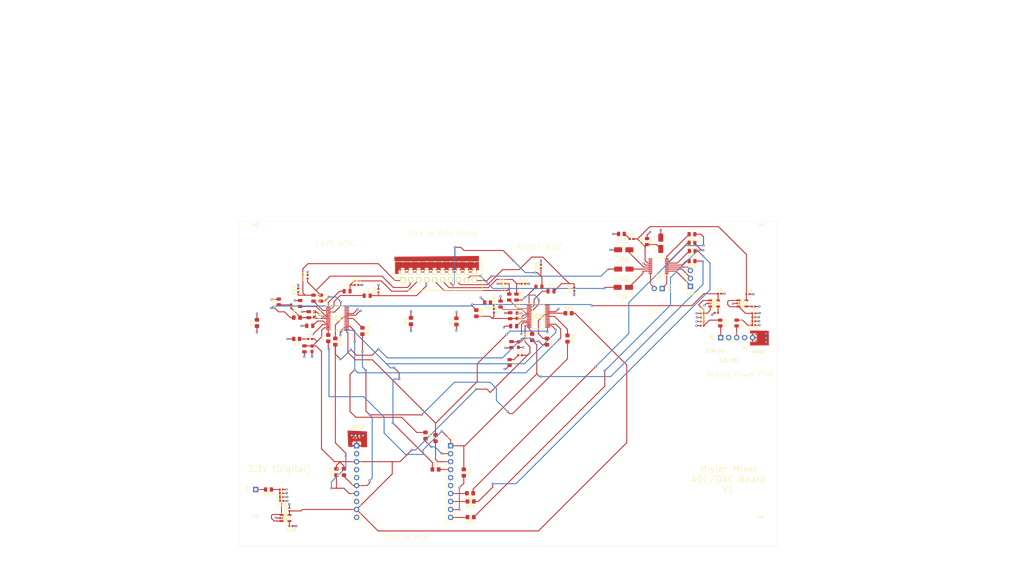
<source format=kicad_pcb>
(kicad_pcb (version 20240108) (generator "pcbnew") (generator_version "8.0")
  (layers (0 "F.Cu" signal) (1 "In1.Cu" power) (2 "In2.Cu" power) (31 "B.Cu" signal) (34 "B.Paste" user) (35 "F.Paste" user) (36 "B.SilkS" user "B.Silkscreen") (37 "F.SilkS" user "F.Silkscreen") (38 "B.Mask" user) (39 "F.Mask" user) (44 "Edge.Cuts" user))
  (net 0 "")
  (net 1 "3.3V_Filtered")
  (net 2 "5V_Filtered")
  (net 3 "Net-(IC4-EN)")
  (net 4 "Net-(IC3-EN)")
  (net 5 "Net-(IC3-NR{slash}FB)")
  (net 6 "Net-(IC4-NR{slash}FB)")
  (net 8 "Net-(IC1-SCKI)")
  (net 15 "AIN_8")
  (net 16 "AIN_7")
  (net 17 "Net-(IC1-VINR2{slash}VIN2M)")
  (net 18 "Net-(IC5-LDO)")
  (net 19 "Net-(IC5-VREF)")
  (net 20 "Net-(IC5-VINL1{slash}VIN1P)")
  (net 21 "AIN_5")
  (net 22 "Net-(IC5-VINL2{slash}VIN1M)")
  (net 23 "AIN_6")
  (net 28 "Net-(IC5-VINR2{slash}VIN2M)")
  (net 29 "Net-(IC1-VINR1{slash}VIN2P)")
  (net 30 "Net-(U9-DATA)")
  (net 31 "Net-(U9-LRCK)")
  (net 32 "Net-(U9-SCK)")
  (net 33 "Net-(U9-BCK)")
  (net 36 "LRCK_ADC")
  (net 41 "SDA")
  (net 43 "SCL")
  (net 44 "Net-(U9-V_{COM})")
  (net 45 "Net-(U9-V_{OUT}R)")
  (net 46 "Net-(U9-V_{OUT}L)")
  (net 47 "AIN_4")
  (net 48 "Net-(IC5-VINR1{slash}VIN2P)")
  (net 49 "AIN_3")
  (net 50 "Net-(IC1-LDO)")
  (net 51 "Net-(IC1-VREF)")
  (net 52 "Net-(IC1-VINL1{slash}VIN1P)")
  (net 53 "AIN_1")
  (net 54 "Net-(IC1-VINL2{slash}VIN1M)")
  (net 55 "AIN_2")
  (net 56 "DATA")
  (net 57 "MCLK")
  (net 58 "VOUT_R")
  (net 59 "VOUT_L")
  (net 60 "3.3V")
  (net 61 "5V")
  (net 62 "Net-(U9-~{MS})")
  (net 63 "Net-(U9-MC)")
  (net 64 "Net-(U9-MD)")
  (net 65 "Net-(U9-ZEROL)")
  (net 66 "Net-(U9-ZEROR)")
  (net 67 "3.3V_2")
  (net 69 "DGND")
  (net 70 "Net-(IC1-MC{slash}SCL)")
  (net 71 "Net-(IC1-MOSI{slash}SDA)")
  (net 72 "AGND")
  (net 73 "Net-(IC5-MOSI{slash}SDA)")
  (net 74 "Net-(IC5-MC{slash}SCL)")
  (net 75 "BCLK_DAC")
  (net 76 "LRCK_DAC")
  (net 77 "BCLK_ADC")
  (net 79 "DIN")
  (net 84 "Net-(IC5-SCKI)")
  (net 88 "unconnected-(IC1-VINR3{slash}VIN3P-Pad30)")
  (net 94 "Net-(D1-Pad1)")
  (net 95 "Net-(D2-Pad1)")
  (net 96 "Net-(D3-Pad1)")
  (net 97 "Net-(D4-Pad1)")
  (net 98 "Net-(J13-Pad10)")
  (net 99 "Net-(J13-Pad3)")
  (net 100 "Net-(J13-Pad2)")
  (net 101 "Net-(J13-Pad7)")
  (net 102 "Net-(J13-Pad4)")
  (net 103 "Net-(J13-Pad8)")
  (net 104 "Net-(J13-Pad9)")
  (net 105 "Net-(D5-Pad1)")
  (net 106 "Net-(IC1-AVDD)")
  (net 107 "Net-(IC5-AVDD)")
  (net 108 "Net-(IC5-MS{slash}AD)")
  (net 109 "Net-(IC2-EN)")
  (net 110 "Net-(IC2-NR{slash}FB)")
  (net 111 "3.3V_Digital")
  (footprint "Capacitor_SMD:C_0805_2012Metric" (layer "F.Cu") (at 142.8 137.4)
    (property "Reference" "C2")
    (property "Value" "10uF")
  )
  (footprint "Capacitor_SMD:C_0402_1005Metric" (layer "F.Cu") (at 266.05 144.275 180)
    (property "Reference" "C11")
    (property "Value" "0.1uF")
  )
  (footprint "Capacitor_SMD:C_0603_1608Metric_Pad1.08x0.95mm_HandSolder" (layer "F.Cu") (at 125.21 154.33 -90)
    (property "Reference" "C17" (hide yes))
    (property "Value" "0.1uF")
  )
  (footprint "Resistor_SMD:R_0805_2012Metric" (layer "F.Cu") (at 255.37 146.125 -90)
    (property "Reference" "R15")
    (property "Value" "0")
  )
  (footprint "Capacitor_SMD:C_0402_1005Metric" (layer "F.Cu") (at 115.48 201.6 180)
    (property "Reference" "C27")
    (property "Value" "0.01uF")
  )
  (footprint "Resistor_SMD:R_0805_2012Metric_Pad1.20x1.40mm_HandSolder" (layer "F.Cu") (at 177.6 143 -90)
    (property "Reference" "R73")
    (property "Value" "0R")
  )
  (footprint "Capacitor_SMD:CP_Elec_4x5.8" (layer "F.Cu") (at 224.6 122.775 180)
    (property "Reference" "C43")
    (property "Value" "10uF")
  )
  (footprint "Resistor_SMD:R_0805_2012Metric_Pad1.20x1.40mm_HandSolder" (layer "F.Cu") (at 161.4 182 -90)
    (property "Reference" "R12")
    (property "Value" "50")
  )
  (footprint "Capacitor_SMD:C_0402_1005Metric" (layer "F.Cu") (at 266.05 143.025 180)
    (property "Reference" "C10")
    (property "Value" "1uF")
  )
  (footprint "Resistor_SMD:R_0805_2012Metric_Pad1.20x1.40mm_HandSolder" (layer "F.Cu") (at 175.6 200.4 180)
    (property "Reference" "R8")
    (property "Value" "0R")
  )
  (footprint "Resistor_SMD:R_0805_2012Metric_Pad1.20x1.40mm_HandSolder" (layer "F.Cu") (at 130.4 150.95 90)
    (property "Reference" "R4")
    (property "Value" "0")
  )
  (footprint "LED_SMD:LED_0402_1005Metric_Pad0.77x0.64mm_HandSolder" (layer "F.Cu") (at 124.6275 151.2)
    (property "Reference" "D2")
    (property "Value" "LED")
  )
  (footprint "Resistor_SMD:R_0805_2012Metric" (layer "F.Cu") (at 260.57 146.125 -90)
    (property "Reference" "R14")
    (property "Value" "0")
  )
  (footprint "Resistor_SMD:R_0805_2012Metric_Pad1.20x1.40mm_HandSolder" (layer "F.Cu") (at 120.4 144.4)
    (property "Reference" "R34")
    (property "Value" "0R")
  )
  (footprint "Capacitor_SMD:C_0805_2012Metric" (layer "F.Cu") (at 122.8 154.35 -90)
    (property "Reference" "C15" (hide yes))
    (property "Value" "10uF")
  )
  (footprint "Resistor_SMD:R_0805_2012Metric" (layer "F.Cu") (at 111.35 199.2 180)
    (property "Reference" "R16")
    (property "Value" "0")
  )
  (footprint "Connector_PinHeader_2.54mm:PinHeader_1x01_P2.54mm_Vertical" (layer "F.Cu") (at 107.25 199.2 90)
    (property "Reference" "J11")
    (property "Value" "PINHD_1x1_Male")
  )
  (footprint "LED_SMD:LED_0402_1005Metric_Pad0.77x0.64mm_HandSolder" (layer "F.Cu") (at 183.2 142.2 -90)
    (property "Reference" "D1")
    (property "Value" "LED")
  )
  (footprint "LED_SMD:LED_0402_1005Metric_Pad0.77x0.64mm_HandSolder" (layer "F.Cu") (at 227.0775 119.325)
    (property "Reference" "D5")
    (property "Value" "LED")
  )
  (footprint "Resistor_SMD:R_0805_2012Metric_Pad1.20x1.40mm_HandSolder" (layer "F.Cu") (at 133 193.6 90)
    (property "Reference" "R43")
    (property "Value" "2.2k")
  )
  (footprint "Package_SO:SSOP-16_3.9x4.9mm_P0.635mm" (layer "F.Cu") (at 235.7 127.9825 180)
    (property "Reference" "U9")
    (property "Value" "PCM1780")
  )
  (footprint "Resistor_SMD:R_0805_2012Metric_Pad1.20x1.40mm_HandSolder" (layer "F.Cu") (at 132.65 152.03 -90)
    (property "Reference" "R39")
    (property "Value" "0R")
  )
  (footprint "LED_SMD:LED_0402_1005Metric_Pad0.77x0.64mm_HandSolder" (layer "F.Cu") (at 118.6 140.8 -90)
    (property "Reference" "D4")
    (property "Value" "LED")
  )
  (footprint "Capacitor_SMD:C_0805_2012Metric" (layer "F.Cu") (at 188.1 137.86 -90)
    (property "Reference" "C227")
    (property "Value" "10uF")
  )
  (footprint "MountingHole:MountingHole_3.2mm_M3" (layer "F.Cu") (at 107.15 119)
    (property "Reference" "H2")
    (property "Value" "MountingHole_M3")
  )
  (footprint "Resistor_SMD:R_0805_2012Metric_Pad1.20x1.40mm_HandSolder" (layer "F.Cu") (at 156.75 145.5 90)
    (property "Reference" "R1")
    (property "Value" "0R")
  )
  (footprint "Capacitor_SMD:CP_Elec_4x5.8" (layer "F.Cu") (at 224.45 134.75 180)
    (property "Reference" "C39")
    (property "Value" "10uF")
  )
  (footprint "Capacitor_SMD:C_0805_2012Metric" (layer "F.Cu") (at 188.4 143.8 -90)
    (property "Reference" "C222")
    (property "Value" "10uF")
  )
  (footprint "Capacitor_SMD:C_0402_1005Metric" (layer "F.Cu") (at 249.62 146.975)
    (property "Reference" "C5")
    (property "Value" "1uF")
  )
  (footprint "Resistor_SMD:R_0805_2012Metric_Pad1.20x1.40mm_HandSolder" (layer "F.Cu") (at 141.29 148.67 -90)
    (property "Reference" "R40")
    (property "Value" "0R")
  )
  (footprint "LED_SMD:LED_0402_1005Metric_Pad0.77x0.64mm_HandSolder" (layer "F.Cu") (at 191.515 156.4)
    (property "Reference" "D3")
    (property "Value" "LED")
  )
  (footprint "SamacSys_Parts:SOT95P280X145-5N" (layer "F.Cu") (at 262.42 139.875)
    (property "Reference" "IC3")
    (property "Value" "TPS73250DBVR" (hide yes))
  )
  (footprint "Capacitor_SMD:C_0603_1608Metric_Pad1.08x0.95mm_HandSolder" (layer "F.Cu") (at 190.6 143.8 -90)
    (property "Reference" "C224")
    (property "Value" "0.1uF")
  )
  (footprint "Resistor_SMD:R_0805_2012Metric" (layer "F.Cu") (at 223.85 117.725 180)
    (property "Reference" "R13")
    (property "Value" "2.2k")
  )
  (footprint "Capacitor_SMD:C_0805_2012Metric" (layer "F.Cu") (at 125.7 138.2 -90)
    (property "Reference" "C20")
    (property "Value" "10uF")
  )
  (footprint "SamacSys_Parts:SOP50P640X120-30N" (layer "F.Cu") (at 197.352 144)
    (property "Reference" "IC5")
    (property "Value" "PCM1865DBT" (hide yes))
  )
  (footprint "Resistor_SMD:R_0805_2012Metric_Pad1.20x1.40mm_HandSolder" (layer "F.Cu") (at 135.4 193.6 90)
    (property "Reference" "R72")
    (property "Value" "2.2k")
  )
  (footprint "PCM_Resistor_SMD_AKL:R_0402_1005Metric" (layer "F.Cu") (at 192.6 133.6)
    (property "Reference" "R94")
    (property "Value" "100k" (hide yes))
  )
  (footprint "Resistor_SMD:R_0805_2012Metric" (layer "F.Cu") (at 114.6 139.4 90)
    (property "Reference" "R10")
    (property "Value" "2.2k")
  )
  (footprint "Resistor_SMD:R_0805_2012Metric" (layer "F.Cu") (at 181.2 139.6 180)
    (property "Reference" "R6")
    (property "Value" "2.2k")
  )
  (footprint "PCM_Resistor_SMD_AKL:R_0402_1005Metric" (layer "F.Cu") (at 123.8 131.4 90)
    (property "Reference" "R92")
    (property "Value" "100k" (hide yes))
  )
  (footprint "Capacitor_SMD:C_0805_2012Metric" (layer "F.Cu") (at 201.4 136)
    (property "Reference" "C4")
    (property "Value" "10uF")
  )
  (footprint "Capacitor_SMD:CP_Elec_4x5.8" (layer "F.Cu") (at 224.625 128.93 180)
    (property "Reference" "C40")
    (property "Value" "10uF")
  )
  (footprint "Resistor_SMD:R_0805_2012Metric_Pad1.20x1.40mm_HandSolder" (layer "F.Cu") (at 207 143)
    (property "Reference" "R98")
    (property "Value" "0R")
  )
  (footprint "PCM_Resistor_SMD_AKL:R_0402_1005Metric" (layer "F.Cu") (at 186.2 133.6)
    (property "Reference" "R97")
    (property "Value" "100k" (hide yes))
  )
  (footprint "Capacitor_SMD:C_0402_1005Metric" (layer "F.Cu") (at 266.05 146.825 180)
    (property "Reference" "C13")
    (property "Value" "0.001uF")
  )
  (footprint "Capacitor_SMD:C_0805_2012Metric" (layer "F.Cu") (at 121.45 139.9 -90)
    (property "Reference" "C21" (hide yes))
    (property "Value" "2.2uF")
  )
  (footprint "SamacSys_Parts:SOT95P280X145-5N" (layer "F.Cu") (at 253.42 139.875)
    (property "Reference" "IC4")
    (property "Value" "TPS73250DBVR" (hide yes))
  )
  (footprint "MountingHole:MountingHole_3.2mm_M3" (layer "F.Cu") (at 268.2 212.1)
    (property "Reference" "H4")
    (property "Value" "MountingHole_M3")
  )
  (footprint "Capacitor_SMD:C_0805_2012Metric" (layer "F.Cu") (at 185.325 140.085 -90)
    (property "Reference" "C228")
    (property "Value" "2.2uF")
  )
  (footprint "Capacitor_SMD:C_0603_1608Metric_Pad1.08x0.95mm_HandSolder" (layer "F.Cu") (at 126.07 143.39 -90)
    (property "Reference" "C16")
    (property "Value" "0.1uF")
  )
  (footprint "Resistor_SMD:R_0805_2012Metric_Pad1.20x1.40mm_HandSolder" (layer "F.Cu") (at 206.66 151.07 -90)
    (property "Reference" "R38")
    (property "Value" "0R")
  )
  (footprint "PCM_Resistor_SMD_AKL:R_0402_1005Metric" (layer "F.Cu") (at 139.4 134)
    (property "Reference" "R90")
    (property "Value" "100k" (hide yes))
  )
  (footprint "Capacitor_SMD:C_0402_1005Metric" (layer "F.Cu") (at 115.46 200.35 180)
    (property "Reference" "C26")
    (property "Value" "0.1uF")
  )
  (footprint "Capacitor_SMD:C_0805_2012Metric" (layer "F.Cu") (at 197.55 134.6)
    (property "Reference" "C3")
    (property "Value" "10uF")
  )
  (footprint "Resistor_SMD:R_0805_2012Metric" (layer "F.Cu") (at 120.3125 151.2 180)
    (property "Reference" "R7")
    (property "Value" "2.2k")
  )
  (footprint "Resistor_SMD:R_0805_2012Metric_Pad1.20x1.40mm_HandSolder" (layer "F.Cu") (at 107.65 146.1 90)
    (property "Reference" "R3")
    (property "Value" "0R")
  )
  (footprint "SamacSys_Parts:SOT95P280X145-5N" (layer "F.Cu") (at 116.75 208.3)
    (property "Reference" "IC2")
    (property "Value" "TPS73250DBVR" (hide yes))
  )
  (footprint "Resistor_SMD:R_0805_2012Metric_Pad1.20x1.40mm_HandSolder" (layer "F.Cu") (at 164.6 192.8)
    (property "Reference" "R9")
    (property "Value" "50")
  )
  (footprint "Capacitor_SMD:C_0805_2012Metric" (layer "F.Cu") (at 124.18 143.47 -90)
    (property "Reference" "C14")
    (property "Value" "10uF")
  )
  (footprint "Resistor_SMD:R_0805_2012Metric_Pad1.20x1.40mm_HandSolder" (layer "F.Cu") (at 164.6 182.8 -90)
    (property "Reference" "R11")
    (property "Value" "50")
  )
  (footprint "Resistor_SMD:R_0805_2012Metric_Pad1.20x1.40mm_HandSolder" (layer "F.Cu") (at 195.4 150.6 90)
    (property "Reference" "R35")
    (property "Value" "0R")
  )
  (footprint "Connector_PinHeader_2.54mm:PinHeader_1x03_P2.54mm_Vertical" (layer "F.Cu") (at 245.85 134.45 180)
    (property "Reference" "J12")
    (property "Value" "PINHD_1x3_Male")
  )
  (footprint "Capacitor_SMD:C_0402_1005Metric" (layer "F.Cu") (at 118 205.55 90)
    (property "Reference" "C30")
    (property "Value" "1uF")
  )
  (footprint "Capacitor_SMD:C_0402_1005Metric" (layer "F.Cu") (at 249.62 143.025)
    (property "Reference" "C9")
    (property "Value" "0.001uF")
  )
  (footprint "PCM_Resistor_SMD_AKL:R_0402_1005Metric" (layer "F.Cu") (at 198.2 128.11 90)
    (property "Reference" "R95")
    (property "Value" "100k" (hide yes))
  )
  (footprint "Capacitor_SMD:C_0805_2012Metric" (layer "F.Cu") (at 188.8 153 -90)
    (property "Reference" "C223" (hide yes))
    (property "Value" "10uF")
  )
  (footprint "Capacitor_SMD:C_0402_1005Metric" (layer "F.Cu") (at 266.05 145.575 180)
    (property "Reference" "C12")
    (property "Value" "0.01uF")
  )
  (footprint "Capacitor_SMD:C_0805_2012Metric" (layer "F.Cu") (at 190.4 137.86 -90)
    (property "Reference" "C226")
    (property "Value" "10uF")
  )
  (footprint "Capacitor_SMD:C_0402_1005Metric" (layer "F.Cu") (at 264.17 136.925)
    (property "Reference" "C18")
    (property "Value" "1uF")
  )
  (footprint "Capacitor_SMD:C_0805_2012Metric" (layer "F.Cu") (at 189.5 147.11)
    (property "Reference" "C229" (hide yes))
    (property "Value" "2.2uF")
  )
  (footprint "Capacitor_SMD:C_0402_1005Metric" (layer "F.Cu") (at 249.62 144.325)
    (property "Reference" "C7")
    (property "Value" "0.1uF")
  )
  (footprint "Capacitor_SMD:C_0402_1005Metric" (layer "F.Cu") (at 249.62 145.615)
    (property "Reference" "C8")
    (property "Value" "0.01uF")
  )
  (footprint "PCM_Resistor_SMD_AKL:R_0402_1005Metric" (layer "F.Cu") (at 208.8 135.31 90)
    (property "Reference" "R96")
    (property "Value" "100k" (hide yes))
  )
  (footprint "Capacitor_SMD:C_0402_1005Metric" (layer "F.Cu") (at 255.14 136.775)
    (property "Reference" "C6")
    (property "Value" "1uF")
  )
  (footprint "Resistor_SMD:R_0805_2012Metric" (layer "F.Cu") (at 246.34 120.505 180)
    (property "Reference" "R19")
    (property "Value" "50")
  )
  (footprint "Capacitor_SMD:C_0805_2012Metric" (layer "F.Cu") (at 128 138.2 -90)
    (property "Reference" "C19")
    (property "Value" "10uF")
  )
  (footprint "Resistor_SMD:R_0805_2012Metric" (layer "F.Cu") (at 246.35 117.815 180)
    (property "Reference" "R21")
    (property "Value" "50")
  )
  (footprint "SamacSys_Parts:SHDR20W64P254_2X10_2794X910X880P" (layer "F.Cu") (at 154.12 132.39)
    (property "Reference" "J1")
    (property "Value" "SBH11-PBPC-D10-ST-BK" (hide yes))
  )
  (footprint "Capacitor_SMD:C_0402_1005Metric" (layer "F.Cu") (at 118.5 210.85 180)
    (property "Reference" "C29")
    (property "Value" "1uF")
  )
  (footprint "Capacitor_SMD:C_0402_1005Metric" (layer "F.Cu") (at 254.17 142.875)
    (property "Reference" "C24")
    (property "Value" "1uF")
  )
  (footprint "MountingHole:MountingHole_3.2mm_M3" (layer "F.Cu") (at 107.2 212.1)
    (property "Reference" "H3")
    (property "Value" "MountingHole_M3")
  )
  (footprint "Capacitor_SMD:CP_Elec_4x5.8" (layer "F.Cu") (at 236.4 120.705 90)
    (property "Reference" "C38")
    (property "Value" "10uF")
  )
  (footprint "Capacitor_SMD:C_0805_2012Metric" (layer "F.Cu") (at 232.05 120.175 90)
    (property "Reference" "C37")
    (property "Value" "0.1uF")
  )
  (footprint "Connector_PinHeader_2.54mm:PinHeader_1x02_P2.54mm_Vertical" (layer "F.Cu") (at 236.85 135.125 -90)
    (property "Reference" "J15")
    (property "Value" "PINHD_1x2_Male")
  )
  (footprint "Capacitor_SMD:C_0805_2012Metric" (layer "F.Cu") (at 136.4 136)
    (property "Reference" "C1")
    (property "Value" "10uF")
  )
  (footprint "Resistor_SMD:R_0805_2012Metric_Pad1.20x1.40mm_HandSolder" (layer "F.Cu") (at 171.25 145.6 90)
    (property "Reference" "R2")
    (property "Value" "0R")
  )
  (footprint "Connector_PinSocket_2.54mm:PinSocket_1x10_P2.54mm_Vertical" (layer "F.Cu") (at 139.425 185.24)
    (property "Reference" "J14")
    (property "Value" "PINHD_1x10_Female")
  )
  (footprint "MountingHole:MountingHole_3.2mm_M3" (layer "F.Cu") (at 268.7 119)
    (property "Reference" "H1")
    (property "Value" "MountingHole_M3")
  )
  (footprint "Resistor_SMD:R_0805_2012Metric_Pad1.20x1.40mm_HandSolder" (layer "F.Cu") (at 200.1 152.05 -90)
    (property "Reference" "R37")
    (property "Value" "0R")
  )
  (footprint "Capacitor_SMD:C_0402_1005Metric" (layer "F.Cu") (at 265.97 140.875 180)
    (property "Reference" "C23")
    (property "Value" "1uF")
  )
  (footprint "SamacSys_Parts:SOP50P640X120-30N" (layer "F.Cu") (at 133.338 144.65)
    (property "Reference" "IC1")
    (property "Value" "PCM1865DBT" (hide yes))
  )
  (footprint "Resistor_SMD:R_0805_2012Metric_Pad1.20x1.40mm_HandSolder" (layer "F.Cu") (at 173.6 193.8 -90)
    (property "Reference" "R41")
    (property "Value" "50")
  )
  (footprint "Capacitor_SMD:C_0805_2012Metric" (layer "F.Cu") (at 124.5 147)
    (property "Reference" "C22" (hide yes))
    (property "Value" "2.2uF")
  )
  (footprint "Connector_PinSocket_2.54mm:PinSocket_1x05_P2.54mm_Vertical" (layer "F.Cu") (at 255.5 150.775 90)
    (property "Reference" "J8")
    (property "Value" "PINHD_1x5_Female")
  )
  (footprint "Capacitor_SMD:C_0402_1005Metric" (layer "F.Cu") (at 115.53 202.85 180)
    (property "Reference" "C28")
    (property "Value" "0.001uF")
  )
  (footprint "Capacitor_SMD:C_0402_1005Metric" (layer "F.Cu") (at 115.43 199.2 180)
    (property "Reference" "C25")
    (property "Value" "1uF")
  )
  (footprint "PCM_Resistor_SMD_AKL:R_0402_1005Metric" (layer "F.Cu") (at 120.8 135.69 90)
    (property "Reference" "R93")
    (property "Value" "100k" (hide yes))
  )
  (footprint "Resistor_SMD:R_0805_2012Metric" (layer "F.Cu") (at 246.36 126.385 180)
    (property "Reference" "R20")
    (property "Value" "0R")
  )
  (footprint "Capacitor_SMD:C_0603_1608Metric_Pad1.08x0.95mm_HandSolder" (layer "F.Cu") (at 191 153 -90)
    (property "Reference" "C225" (hide yes))
    (property "Value" "0.1uF")
  )
  (footprint "Resistor_SMD:R_0805_2012Metric_Pad1.20x1.40mm_HandSolder" (layer "F.Cu") (at 175.8 208 180)
    (property "Reference" "R42")
    (property "Value" "0R")
  )
  (footprint "Resistor_SMD:R_0805_2012Metric" (layer "F.Cu") (at 188.2 158.7125 -90)
    (property "Reference" "R5")
    (property "Value" "2.2k")
  )
  (footprint "Resistor_SMD:R_0805_2012Metric" (layer "F.Cu") (at 246.425 123.155 180)
    (property "Reference" "R22")
    (property "Value" "50")
  )
  (footprint "Connector_PinSocket_2.54mm:PinSocket_1x10_P2.54mm_Vertical" (layer "F.Cu") (at 169.4 185.24)
    (property "Reference" "J13")
    (property "Value" "PINHD_1x10_Female")
  )
  (footprint "PCM_Resistor_SMD_AKL:R_0402_1005Metric" (layer "F.Cu") (at 146.4 135.8 90)
    (property "Reference" "R91")
    (property "Value" "100k" (hide yes))
  )
  (footprint "Resistor_SMD:R_0805_2012Metric_Pad1.20x1.40mm_HandSolder" (layer "F.Cu") (at 175.8 203 180)
    (property "Reference" "R36")
    (property "Value" "0R")
  )
  (gr_rect (start 101.9 113.75) (end 273.45 217.35) (stroke (width 0.05)) (fill none) (layer "Edge.Cuts"))
  (gr_text "AGND" (at 267.5 155.25 0) (layer "F.SilkS") (effects (font (size 1 1))))
  (gr_text "Pins to MCU" (at 148.3 215.35 0) (layer "F.SilkS") (effects (font (size 1.5 1.5) (thickness 0.1)) (justify left bottom)))
  (gr_text "DAC" (at 232 143.45 0) (layer "F.SilkS") (effects (font (size 2 2) (thickness 0.1)) (justify left bottom)))
  (gr_text "3.3V (A)" (at 253.8 154.95 0) (layer "F.SilkS") (effects (font (size 1 1))))
  (gr_text "Right ADC\n" (at 190.4 123.1 0) (layer "F.SilkS") (effects (font (size 2 2) (thickness 0.1)) (justify left bottom)))
  (gr_text "3.3V (D)" (at 258.05 158.1 0) (layer "F.SilkS") (effects (font (size 1 1))))
  (gr_text "Analog Power Pins" (at 251 163.3 0) (layer "F.SilkS") (effects (font (size 1.5 1.5) (thickness 0.1)) (justify left bottom)))
  (gr_text "Left ADC" (at 126.35 121.95 0) (layer "F.SilkS") (effects (font (size 2 2) (thickness 0.1)) (justify left bottom)))
  (gr_text "3.3V (Digital)" (at 114.7 192.6 0) (layer "F.SilkS") (effects (font (size 2 2))))
  (gr_text "Pins to Main Board" (at 155.7 118.4 0) (layer "F.SilkS") (effects (font (size 1.5 1.5) (thickness 0.1)) (justify left bottom)))
  (gr_text "Mister Mixer\nADC/DAC Board\nV1" (at 257.95 195.9 0) (layer "F.SilkS") (effects (font (size 2 2))))
  (gr_text "5V" (at 263.25 154 0) (layer "F.SilkS") (effects (font (size 1 1))))
  (gr_text "DGND" (at 139.8 179.2 0) (layer "F.SilkS") (effects (font (size 1 1))))
  (segment (start 176.3 140.7) (end 177.6 142) (width 0.3) (layer "F.Cu") (net 1))
  (segment (start 112.22 141.35) (end 113.35 141.35) (width 0.3) (layer "F.Cu") (net 1))
  (segment (start 119.4 144.4) (end 118.3 144.4) (width 0.3) (layer "F.Cu") (net 1))
  (segment (start 254.67 138.925) (end 254.67 136.785) (width 0.3) (layer "F.Cu") (net 1))
  (segment (start 214.45 140.59) (end 246.31 140.59) (width 0.3) (layer "F.Cu") (net 1))
  (segment (start 250.125 136.775) (end 254.66 136.775) (width 0.3) (layer "F.Cu") (net 1))
  (segment (start 114.55 142.55) (end 116.45 142.55) (width 0.3) (layer "F.Cu") (net 1))
  (segment (start 246.31 140.59) (end 250.125 136.775) (width 0.3) (layer "F.Cu") (net 1))
  (segment (start 118.3 144.4) (end 116.45 142.55) (width 0.3) (layer "F.Cu") (net 1))
  (segment (start 254.67 136.785) (end 254.66 136.775) (width 0.3) (layer "F.Cu") (net 1))
  (segment (start 176.3 140.22) (end 176.3 140.7) (width 0.3) (layer "F.Cu") (net 1))
  (segment (start 214.4 140.64) (end 214.45 140.59) (width 0.3) (layer "F.Cu") (net 1))
  (segment (start 113.35 141.35) (end 114.55 142.55) (width 0.3) (layer "F.Cu") (net 1))
  (via (at 214.45 140.59) (size 0.7) (drill 0.3) (layers "F.Cu" "B.Cu") (net 1))
  (via (at 176.3 140.22) (size 0.7) (drill 0.3) (layers "F.Cu" "B.Cu") (net 1))
  (via (at 112.22 141.35) (size 0.7) (drill 0.3) (layers "F.Cu" "B.Cu") (net 1))
  (segment (start 214.08 140.22) (end 176.3 140.22) (width 0.3) (layer "B.Cu") (net 1))
  (segment (start 175.814859 140.705141) (end 112.864859 140.705141) (width 0.3) (layer "B.Cu") (net 1))
  (segment (start 176.3 140.22) (end 175.814859 140.705141) (width 0.3) (layer "B.Cu") (net 1))
  (segment (start 214.45 140.59) (end 214.08 140.22) (width 0.3) (layer "B.Cu") (net 1))
  (segment (start 112.864859 140.705141) (end 112.22 141.35) (width 0.3) (layer "B.Cu") (net 1))
  (segment (start 228.95 119.325) (end 231.4 121.775) (width 0.3) (layer "F.Cu") (net 2))
  (segment (start 232.875 115.4) (end 254.805 115.4) (width 0.3) (layer "F.Cu") (net 2))
  (segment (start 228.0225 119.325) (end 228.95 119.325) (width 0.3) (layer "F.Cu") (net 2))
  (segment (start 232.235 127.03) (end 233.1 127.03) (width 0.3) (layer "F.Cu") (net 2))
  (segment (start 263.69 138.905) (end 263.67 138.925) (width 0.3) (layer "F.Cu") (net 2))
  (segment (start 235.02 121.125) (end 236.4 122.505) (width 0.3) (layer "F.Cu") (net 2))
  (segment (start 232.05 121.125) (end 235.02 121.125) (width 0.3) (layer "F.Cu") (net 2))
  (segment (start 232.05 121.125) (end 231.4 121.775) (width 0.3) (layer "F.Cu") (net 2))
  (segment (start 231.4 126.195) (end 232.235 127.03) (width 0.3) (layer "F.Cu") (net 2))
  (segment (start 231.4 124.445) (end 231.4 126.195) (width 0.3) (layer "F.Cu") (net 2))
  (segment (start 263.69 124.285) (end 263.69 136.925) (width 0.3) (layer "F.Cu") (net 2))
  (segment (start 228.95 119.325) (end 232.875 115.4) (width 0.3) (layer "F.Cu") (net 2))
  (segment (start 263.69 136.925) (end 263.69 138.905) (width 0.3) (layer "F.Cu") (net 2))
  (segment (start 231.4 121.775) (end 231.4 124.445) (width 0.3) (layer "F.Cu") (net 2))
  (segment (start 254.805 115.4) (end 263.69 124.285) (width 0.3) (layer "F.Cu") (net 2))
  (segment (start 255.37 145.2125) (end 251.8625 145.2125) (width 0.3) (layer "F.Cu") (net 3))
  (segment (start 250.1 144.325) (end 250.1 143.025) (width 0.3) (layer "F.Cu") (net 3))
  (segment (start 251.17 143.025) (end 252.17 142.025) (width 0.3) (layer "F.Cu") (net 3))
  (segment (start 250.1 141.955) (end 248.47 140.325) (width 0.3) (layer "F.Cu") (net 3))
  (segment (start 250.1 146.975) (end 250.1 145.615) (width 0.3) (layer "F.Cu") (net 3))
  (segment (start 249.87 138.925) (end 252.17 138.925) (width 0.3) (layer "F.Cu") (net 3))
  (segment (start 250.1 143.025) (end 250.1 141.955) (width 0.3) (layer "F.Cu") (net 3))
  (segment (start 248.47 140.325) (end 249.87 138.925) (width 0.3) (layer "F.Cu") (net 3))
  (segment (start 252.17 142.025) (end 252.17 140.825) (width 0.3) (layer "F.Cu") (net 3))
  (segment (start 250.1 145.615) (end 250.1 144.325) (width 0.3) (layer "F.Cu") (net 3))
  (segment (start 251.8625 145.2125) (end 250.1 146.975) (width 0.3) (layer "F.Cu") (net 3))
  (segment (start 250.1 143.025) (end 251.17 143.025) (width 0.3) (layer "F.Cu") (net 3))
  (segment (start 258.42 140.925) (end 261.07 140.925) (width 0.3) (layer "F.Cu") (net 4))
  (segment (start 257.72 140.225) (end 258.42 140.925) (width 0.3) (layer "F.Cu") (net 4))
  (segment (start 261.17 138.925) (end 258.12 138.925) (width 0.3) (layer "F.Cu") (net 4))
  (segment (start 261.07 140.925) (end 261.17 140.825) (width 0.3) (layer "F.Cu") (net 4))
  (segment (start 265.57 146.825) (end 265.57 145.575) (width 0.3) (layer "F.Cu") (net 4))
  (segment (start 260.57 145.2125) (end 260.5825 145.225) (width 0.3) (layer "F.Cu") (net 4))
  (segment (start 262.52 145.225) (end 264.12 146.825) (width 0.3) (layer "F.Cu") (net 4))
  (segment (start 263.37 143.025) (end 261.17 140.825) (width 0.3) (layer "F.Cu") (net 4))
  (segment (start 258.12 138.925) (end 257.72 139.325) (width 0.3) (layer "F.Cu") (net 4))
  (segment (start 265.57 145.575) (end 265.57 144.275) (width 0.3) (layer "F.Cu") (net 4))
  (segment (start 260.5825 145.225) (end 262.52 145.225) (width 0.3) (layer "F.Cu") (net 4))
  (segment (start 257.72 139.325) (end 257.72 140.225) (width 0.3) (layer "F.Cu") (net 4))
  (segment (start 265.57 143.025) (end 263.37 143.025) (width 0.3) (layer "F.Cu") (net 4))
  (segment (start 265.57 144.275) (end 265.57 143.025) (width 0.3) (layer "F.Cu") (net 4))
  (segment (start 260.6 145.1825) (end 260.57 145.2125) (width 0.3) (layer "F.Cu") (net 4))
  (segment (start 264.12 146.825) (end 265.57 146.825) (width 0.3) (layer "F.Cu") (net 4))
  (segment (start 265.44 140.825) (end 265.49 140.875) (width 0.3) (layer "F.Cu") (net 5))
  (segment (start 263.67 140.825) (end 265.44 140.825) (width 0.3) (layer "F.Cu") (net 5))
  (segment (start 254.67 142.855) (end 254.65 142.875) (width 0.3) (layer "F.Cu") (net 6))
  (segment (start 254.67 140.825) (end 254.67 142.855) (width 0.3) (layer "F.Cu") (net 6))
  (segment (start 130.4 149.95) (end 130.4 148.15) (width 0.3) (layer "F.Cu") (net 8))
  (segment (start 202.35 136) (end 204.785 133.565) (width 0.3) (layer "F.Cu") (net 15))
  (segment (start 204.785 133.565) (end 207.25 133.565) (width 0.3) (layer "F.Cu") (net 15))
  (segment (start 191.25 129.1) (end 195.235 125.115) (width 0.3) (layer "F.Cu") (net 15))
  (segment (start 207.25 133.565) (end 208.575 133.565) (width 0.3) (layer "F.Cu") (net 15))
  (segment (start 171.9 133.3) (end 172.5 133.9) (width 0.3) (layer "F.Cu") (net 15))
  (segment (start 208.575 133.565) (end 208.8 133.79) (width 0.3) (layer "F.Cu") (net 15))
  (segment (start 198.8 125.115) (end 207.25 133.565) (width 0.3) (layer "F.Cu") (net 15))
  (segment (start 171.9 132.39) (end 171.9 133.3) (width 0.3) (layer "F.Cu") (net 15))
  (segment (start 208.8 133.79) (end 208.8 134.8) (width 0.3) (layer "F.Cu") (net 15))
  (segment (start 172.5 133.9) (end 181.2 133.9) (width 0.3) (layer "F.Cu") (net 15))
  (segment (start 181.2 133.9) (end 186 129.1) (width 0.3) (layer "F.Cu") (net 15))
  (segment (start 195.235 125.115) (end 198.8 125.115) (width 0.3) (layer "F.Cu") (net 15))
  (segment (start 186 129.1) (end 191.25 129.1) (width 0.3) (layer "F.Cu") (net 15))
  (segment (start 198.5 131.55) (end 198.5 134.6) (width 0.3) (layer "F.Cu") (net 16))
  (segment (start 173.65 123) (end 186.15 123) (width 0.3) (layer "F.Cu") (net 16))
  (segment (start 170.75 122) (end 172.65 122) (width 0.3) (layer "F.Cu") (net 16))
  (segment (start 198.2 128.62) (end 198.2 131.25) (width 0.3) (layer "F.Cu") (net 16))
  (segment (start 169.36 132.39) (end 169.36 133.36) (width 0.3) (layer "F.Cu") (net 16))
  (segment (start 172.65 122) (end 173.65 123) (width 0.3) (layer "F.Cu") (net 16))
  (segment (start 198.2 131.25) (end 198.5 131.55) (width 0.3) (layer "F.Cu") (net 16))
  (segment (start 197 130.05) (end 198.2 131.25) (width 0.3) (layer "F.Cu") (net 16))
  (segment (start 169.36 133.36) (end 170.15 134.15) (width 0.3) (layer "F.Cu") (net 16))
  (segment (start 186.15 123) (end 189.4 126.25) (width 0.3) (layer "F.Cu") (net 16))
  (segment (start 196.4 130.05) (end 197 130.05) (width 0.3) (layer "F.Cu") (net 16))
  (via (at 196.4 130.05) (size 0.7) (drill 0.3) (layers "F.Cu" "B.Cu") (net 16))
  (via (at 189.4 126.25) (size 0.7) (drill 0.3) (layers "F.Cu" "B.Cu") (net 16))
  (via (at 170.75 122) (size 0.7) (drill 0.3) (layers "F.Cu" "B.Cu") (net 16))
  (via (at 170.15 134.15) (size 0.7) (drill 0.3) (layers "F.Cu" "B.Cu") (net 16))
  (segment (start 189.4 126.25) (end 193.2 130.05) (width 0.3) (layer "B.Cu") (net 16))
  (segment (start 170.6 124.95) (end 170.75 124.8) (width 0.3) (layer "B.Cu") (net 16))
  (segment (start 170.15 134.15) (end 170.6 133.7) (width 0.2) (layer "B.Cu") (net 16))
  (segment (start 193.2 130.05) (end 196.4 130.05) (width 0.3) (layer "B.Cu") (net 16))
  (segment (start 170.75 122) (end 170.75 124.65) (width 0.3) (layer "B.Cu") (net 16))
  (segment (start 170.6 133.7) (end 170.6 124.95) (width 0.2) (layer "B.Cu") (net 16))
  (segment (start 170.75 124.8) (end 170.75 122) (width 0.3) (layer "B.Cu") (net 16))
  (segment (start 134.230761 137.35) (end 141.8 137.35) (width 0.3) (layer "F.Cu") (net 17))
  (segment (start 132.25 139.330761) (end 134.230761 137.35) (width 0.3) (layer "F.Cu") (net 17))
  (segment (start 141.8 137.35) (end 141.85 137.4) (width 0.3) (layer "F.Cu") (net 17))
  (segment (start 132.25 139.5) (end 132.25 139.330761) (width 0.3) (layer "F.Cu") (net 17))
  (segment (start 132.25 139.5) (end 132.25 140.7875) (width 0.3) (layer "F.Cu") (net 17))
  (segment (start 131.3875 141.65) (end 130.4 141.65) (width 0.3) (layer "F.Cu") (net 17))
  (segment (start 132.25 140.7875) (end 131.3875 141.65) (width 0.3) (layer "F.Cu") (net 17))
  (segment (start 194.414 145.5) (end 192.06 145.5) (width 0.3) (layer "F.Cu") (net 18))
  (segment (start 192.06 145.5) (end 190.45 147.11) (width 0.3) (layer "F.Cu") (net 18))
  (segment (start 192.1765 141.85) (end 193.3265 143) (width 0.2) (layer "F.Cu") (net 19))
  (segment (start 185.325 141.035) (end 186.14 141.85) (width 0.2) (layer "F.Cu") (net 19))
  (segment (start 186.14 141.85) (end 192.1765 141.85) (width 0.2) (layer "F.Cu") (net 19))
  (segment (start 193.3265 143) (end 194.414 143) (width 0.3) (layer "F.Cu") (net 19))
  (segment (start 190.79 141.5) (end 194.414 141.5) (width 0.2) (layer "F.Cu") (net 20))
  (segment (start 188.1 138.81) (end 190.79 141.5) (width 0.2) (layer "F.Cu") (net 20))
  (segment (start 186.71 133.6) (end 188.1 133.6) (width 0.3) (layer "F.Cu") (net 21))
  (segment (start 188.1 135.15) (end 188.1 136.91) (width 0.3) (layer "F.Cu") (net 21))
  (segment (start 188.1 133.6) (end 188.1 135.15) (width 0.3) (layer "F.Cu") (net 21))
  (segment (start 167.27 135.75) (end 187.5 135.75) (width 0.3) (layer "F.Cu") (net 21))
  (segment (start 187.5 135.75) (end 188.1 135.15) (width 0.3) (layer "F.Cu") (net 21))
  (segment (start 164.12 132.6) (end 167.27 135.75) (width 0.3) (layer "F.Cu") (net 21))
  (segment (start 196.6 134.6) (end 194.414 136.786) (width 0.3) (layer "F.Cu") (net 22))
  (segment (start 194.414 136.786) (end 194.414 140.5) (width 0.3) (layer "F.Cu") (net 22))
  (segment (start 189.12 132.25) (end 190.45 133.58) (width 0.3) (layer "F.Cu") (net 23))
  (segment (start 190.45 133.58) (end 190.43 133.6) (width 0.3) (layer "F.Cu") (net 23))
  (segment (start 184.05 132.25) (end 189.12 132.25) (width 0.3) (layer "F.Cu") (net 23))
  (segment (start 192.09 133.6) (end 190.43 133.6) (width 0.3) (layer "F.Cu") (net 23))
  (segment (start 168.91 134.85) (end 181.45 134.85) (width 0.3) (layer "F.Cu") (net 23))
  (segment (start 166.66 132.6) (end 168.91 134.85) (width 0.3) (layer "F.Cu") (net 23))
  (segment (start 181.45 134.85) (end 184.05 132.25) (width 0.3) (layer "F.Cu") (net 23))
  (segment (start 190.4 136.91) (end 190.43 136.88) (width 0.3) (layer "F.Cu") (net 23))
  (segment (start 190.43 136.88) (end 190.43 133.6) (width 0.3) (layer "F.Cu") (net 23))
  (segment (start 195.4515 141) (end 194.414 141) (width 0.3) (layer "F.Cu") (net 28))
  (segment (start 196 138.61) (end 196 140.4515) (width 0.3) (layer "F.Cu") (net 28))
  (segment (start 198.61 136) (end 196 138.61) (width 0.3) (layer "F.Cu") (net 28))
  (segment (start 200.45 136) (end 198.61 136) (width 0.3) (layer "F.Cu") (net 28))
  (segment (start 196 140.4515) (end 195.4515 141) (width 0.3) (layer "F.Cu") (net 28))
  (segment (start 132.35 142.65) (end 130.4 142.65) (width 0.3) (layer "F.Cu") (net 29))
  (segment (start 128 139.15) (end 129.25 139.15) (width 0.3) (layer "F.Cu") (net 29))
  (segment (start 134.35 139.325) (end 134.35 140.65) (width 0.3) (layer "F.Cu") (net 29))
  (segment (start 129.25 139.15) (end 130.6 137.8) (width 0.3) (layer "F.Cu") (net 29))
  (segment (start 134.35 140.65) (end 132.35 142.65) (width 0.3) (layer "F.Cu") (net 29))
  (via (at 130.6 137.8) (size 0.7) (drill 0.3) (layers "F.Cu" "B.Cu") (net 29))
  (via (at 134.35 139.325) (size 0.7) (drill 0.3) (layers "F.Cu" "B.Cu") (net 29))
  (segment (start 132.825 137.8) (end 130.6 137.8) (width 0.3) (layer "B.Cu") (net 29))
  (segment (start 134.35 139.325) (end 132.825 137.8) (width 0.3) (layer "B.Cu") (net 29))
  (segment (start 241.6375 127.03) (end 245.5125 123.155) (width 0.3) (layer "F.Cu") (net 30))
  (segment (start 238.3 127.03) (end 241.6375 127.03) (width 0.3) (layer "F.Cu") (net 30))
  (segment (start 238.3 125.76) (end 238.7075 125.76) (width 0.3) (layer "F.Cu") (net 31))
  (segment (start 238.3 125.76) (end 238.3 124.9525) (width 0.3) (layer "F.Cu") (net 31))
  (segment (start 238.3 124.9525) (end 245.4375 117.815) (width 0.3) (layer "F.Cu") (net 31))
  (segment (start 243.1525 127.665) (end 244.4325 126.385) (width 0.3) (layer "F.Cu") (net 32))
  (segment (start 244.4325 126.385) (end 245.4475 126.385) (width 0.3) (layer "F.Cu") (net 32))
  (segment (start 238.3 127.665) (end 243.1525 127.665) (width 0.3) (layer "F.Cu") (net 32))
  (segment (start 245.06 120.505) (end 245.4275 120.505) (width 0.3) (layer "F.Cu") (net 33))
  (segment (start 239.17 126.395) (end 245.06 120.505) (width 0.3) (layer "F.Cu") (net 33))
  (segment (start 238.3 126.395) (end 239.17 126.395) (width 0.3) (layer "F.Cu") (net 33))
  (segment (start 177.9 159.11) (end 177.9 164.775) (width 0.3) (layer "F.Cu") (net 36))
  (segment (start 136.65 155.43) (end 136.65 149.275) (width 0.3) (layer "F.Cu") (net 36))
  (segment (start 136.276 148.15) (end 136.276 148.901) (width 0.3) (layer "F.Cu") (net 36))
  (segment (start 136.62 155.46) (end 136.65 155.43) (width 0.3) (layer "F.Cu") (net 36))
  (segment (start 164.6375 178.0375) (end 164.6 178.075) (width 0.3) (layer "F.Cu") (net 36))
  (segment (start 139 157.84) (end 144.44 157.84) (width 0.3) (layer "F.Cu") (net 36))
  (segment (start 139 157.84) (end 136.62 155.46) (width 0.3) (layer "F.Cu") (net 36))
  (segment (start 144.44 157.84) (end 164.6375 178.0375) (width 0.3) (layer "F.Cu") (net 36))
  (segment (start 200.275 149.025) (end 200.29 149.01) (width 0.3) (layer "F.Cu") (net 36))
  (segment (start 136.276 148.901) (end 136.65 149.275) (width 0.3) (layer "F.Cu") (net 36))
  (segment (start 164.6 181.8) (end 164.6 178.075) (width 0.3) (layer "F.Cu") (net 36))
  (segment (start 187.24 149.77) (end 177.9 159.11) (width 0.3) (layer "F.Cu") (net 36))
  (segment (start 200.29 149.01) (end 200.29 147.5) (width 0.3) (layer "F.Cu") (net 36))
  (segment (start 177.9 164.775) (end 164.6375 178.0375) (width 0.3) (layer "F.Cu") (net 36))
  (via (at 187.24 149.77) (size 0.7) (drill 0.3) (layers "F.Cu" "B.Cu") (net 36))
  (via (at 200.275 149.025) (size 0.7) (drill 0.3) (layers "F.Cu" "B.Cu") (net 36))
  (segment (start 199.96 148.71) (end 188.3 148.71) (width 0.3) (layer "B.Cu") (net 36))
  (segment (start 200.275 149.025) (end 199.96 148.71) (width 0.3) (layer "B.Cu") (net 36))
  (segment (start 188.3 148.71) (end 187.24 149.77) (width 0.3) (layer "B.Cu") (net 36))
  (segment (start 143.6 197.08) (end 143.6 196.4) (width 0.3) (layer "F.Cu") (net 41))
  (segment (start 206.66 157.515) (end 206.66 152.07) (width 0.3) (layer "F.Cu") (net 41))
  (segment (start 189.175 175) (end 206.66 157.515) (width 0.3) (layer "F.Cu") (net 41))
  (segment (start 135.4 194.6) (end 135.4 195) (width 0.3) (layer "F.Cu") (net 41))
  (segment (start 138.34 197.94) (end 142.74 197.94) (width 0.3) (layer "F.Cu") (net 41))
  (segment (start 188.2 175) (end 189.175 175) (width 0.3) (layer "F.Cu") (net 41))
  (segment (start 187.6 174.4) (end 188.2 175) (width 0.3) (layer "F.Cu") (net 41))
  (segment (start 143.6 175.4) (end 160.2 175.4) (width 0.3) (layer "F.Cu") (net 41))
  (segment (start 135.4 194.6) (end 135.4 194.915) (width 0.3) (layer "F.Cu") (net 41))
  (segment (start 142.74 197.94) (end 143.6 197.08) (width 0.3) (layer "F.Cu") (net 41))
  (segment (start 141.29 149.67) (end 141.29 155.26) (width 0.3) (layer "F.Cu") (net 41))
  (segment (start 135.4 195) (end 138.34 197.94) (width 0.3) (layer "F.Cu") (net 41))
  (segment (start 141.29 155.26) (end 141.28 155.27) (width 0.3) (layer "F.Cu") (net 41))
  (segment (start 142.4 161.2) (end 142.4 174.2) (width 0.3) (layer "F.Cu") (net 41))
  (segment (start 142.4 174.2) (end 143.6 175.4) (width 0.3) (layer "F.Cu") (net 41))
  (via (at 187.6 174.4) (size 0.7) (drill 0.3) (layers "F.Cu" "B.Cu") (net 41))
  (via (at 141.28 155.27) (size 0.7) (drill 0.3) (layers "F.Cu" "B.Cu") (net 41))
  (via (at 142.4 161.2) (size 0.7) (drill 0.3) (layers "F.Cu" "B.Cu") (net 41))
  (via (at 160.2 175.4) (size 0.7) (drill 0.3) (layers "F.Cu" "B.Cu") (net 41))
  (via (at 143.6 175.4) (size 0.7) (drill 0.3) (layers "F.Cu" "B.Cu") (net 41))
  (via (at 143.6 196.4) (size 0.8) (drill 0.4) (layers "F.Cu" "B.Cu") (net 41))
  (segment (start 143.6 196.4) (end 144.4 195.6) (width 0.3) (layer "B.Cu") (net 41))
  (segment (start 184 167) (end 184 170.8) (width 0.3) (layer "B.Cu") (net 41))
  (segment (start 144.4 195.6) (end 144.4 176.2) (width 0.3) (layer "B.Cu") (net 41))
  (segment (start 160.2 175.4) (end 170.6 165) (width 0.3) (layer "B.Cu") (net 41))
  (segment (start 141.28 160.08) (end 142.4 161.2) (width 0.3) (layer "B.Cu") (net 41))
  (segment (start 170.6 165) (end 182 165) (width 0.3) (layer "B.Cu") (net 41))
  (segment (start 144.4 176.2) (end 143.6 175.4) (width 0.3) (layer "B.Cu") (net 41))
  (segment (start 141.28 156.96) (end 141.28 160.08) (width 0.3) (layer "B.Cu") (net 41))
  (segment (start 184 170.8) (end 187.6 174.4) (width 0.3) (layer "B.Cu") (net 41))
  (segment (start 182 165) (end 184 167) (width 0.3) (layer "B.Cu") (net 41))
  (segment (start 141.28 156.96) (end 141.28 155.27) (width 0.3) (layer "B.Cu") (net 41))
  (segment (start 131.4 198.8) (end 133 198.8) (width 0.3) (layer "F.Cu") (net 43))
  (segment (start 135.4 198.8) (end 137.08 200.48) (width 0.3) (layer "F.Cu") (net 43))
  (segment (start 134.2 157.6) (end 132.65 156.05) (width 0.3) (layer "F.Cu") (net 43))
  (segment (start 146.4 154.4) (end 144.4 156.4) (width 0.3) (layer "F.Cu") (net 43))
  (segment (start 139.4 156.4) (end 137.6 154.6) (width 0.3) (layer "F.Cu") (net 43))
  (segment (start 198.61 153.05) (end 200.1 153.05) (width 0.3) (layer "F.Cu") (net 43))
  (segment (start 136 187.65) (end 136 188.6) (width 0.3) (layer "F.Cu") (net 43))
  (segment (start 144.4 156.4) (end 139.4 156.4) (width 0.3) (layer "F.Cu") (net 43))
  (segment (start 197.63 151.97) (end 197.63 152.07) (width 0.3) (layer "F.Cu") (net 43))
  (segment (start 134 198.8) (end 135.4 198.8) (width 0.3) (layer "F.Cu") (net 43))
  (segment (start 132.65 184.3) (end 132.65 153.03) (width 0.3) (layer "F.Cu") (net 43))
  (segment (start 132.65 156.05) (end 132.65 153.03) (width 0.3) (layer "F.Cu") (net 43))
  (segment (start 132.65 184.3) (end 136 187.65) (width 0.3) (layer "F.Cu") (net 43))
  (segment (start 133 198.8) (end 134 198.8) (width 0.3) (layer "F.Cu") (net 43))
  (segment (start 137.08 200.48) (end 139.425 200.48) (width 0.3) (layer "F.Cu") (net 43))
  (segment (start 197.63 152.07) (end 198.61 153.05) (width 0.3) (layer "F.Cu") (net 43))
  (segment (start 133 194.6) (end 133 198.8) (width 0.3) (layer "F.Cu") (net 43))
  (via (at 134.2 157.6) (size 0.7) (drill 0.3) (layers "F.Cu" "B.Cu") (net 43))
  (via (at 131.4 198.8) (size 0.7) (drill 0.3) (layers "F.Cu" "B.Cu") (net 43))
  (via (at 146.4 154.4) (size 0.7) (drill 0.3) (layers "F.Cu" "B.Cu") (net 43))
  (via (at 136 188.6) (size 0.7) (drill 0.3) (layers "F.Cu" "B.Cu") (net 43))
  (via (at 137.6 154.6) (size 0.7) (drill 0.3) (layers "F.Cu" "B.Cu") (net 43))
  (via (at 197.63 151.97) (size 0.7) (drill 0.3) (layers "F.Cu" "B.Cu") (net 43))
  (segment (start 131.4 198.8) (end 131.4 196.8) (width 0.3) (layer "B.Cu") (net 43))
  (segment (start 185.09 157.24) (end 149.24 157.24) (width 0.3) (layer "B.Cu") (net 43))
  (segment (start 185.94 157.24) (end 192.21 150.97) (width 0.3) (layer "B.Cu") (net 43))
  (segment (start 197.63 151.97) (end 195.88 151.97) (width 0.3) (layer "B.Cu") (net 43))
  (segment (start 137.6 154.6) (end 134.6 157.6) (width 0.3) (layer "B.Cu") (net 43))
  (segment (start 134.6 157.6) (end 134.2 157.6) (width 0.3) (layer "B.Cu") (net 43))
  (segment (start 192.21 150.97) (end 194.88 150.97) (width 0.3) (layer "B.Cu") (net 43))
  (segment (start 195.88 151.97) (end 194.88 150.97) (width 0.3) (layer "B.Cu") (net 43))
  (segment (start 149.24 157.24) (end 146.4 154.4) (width 0.3) (layer "B.Cu") (net 43))
  (segment (start 194.88 150.97) (end 194.88 150.94) (width 0.3) (layer "B.Cu") (net 43))
  (segment (start 194.88 150.94) (end 194.85 150.97) (width 0.3) (layer "B.Cu") (net 43))
  (segment (start 131.4 196.8) (end 136 192.2) (width 0.3) (layer "B.Cu") (net 43))
  (segment (start 194.85 150.97) (end 194.88 150.97) (width 0.3) (layer "B.Cu") (net 43))
  (segment (start 136 192.2) (end 136 188.6) (width 0.3) (layer "B.Cu") (net 43))
  (segment (start 185.09 157.24) (end 185.94 157.24) (width 0.3) (layer "B.Cu") (net 43))
  (segment (start 226.4 122.775) (end 226.4 123.755) (width 0.3) (layer "F.Cu") (net 44))
  (segment (start 226.4 123.755) (end 230.945 128.3) (width 0.3) (layer "F.Cu") (net 44))
  (segment (start 230.945 128.3) (end 233.1 128.3) (width 0.3) (layer "F.Cu") (net 44))
  (segment (start 226.425 128.93) (end 233.095 128.93) (width 0.3) (layer "F.Cu") (net 45))
  (segment (start 233.095 128.93) (end 233.1 128.935) (width 0.3) (layer "F.Cu") (net 45))
  (segment (start 230.71 129.57) (end 233.1 129.57) (width 0.3) (layer "F.Cu") (net 46))
  (segment (start 230.71 130.29) (end 230.71 129.57) (width 0.3) (layer "F.Cu") (net 46))
  (segment (start 226.25 134.75) (end 230.71 130.29) (width 0.3) (layer "F.Cu") (net 46))
  (segment (start 146.4 136.31) (end 146.4 137.4) (width 0.3) (layer "F.Cu") (net 47))
  (segment (start 158.55 137.4) (end 146.4 137.4) (width 0.3) (layer "F.Cu") (net 47))
  (segment (start 161.58 132.6) (end 161.58 134.37) (width 0.3) (layer "F.Cu") (net 47))
  (segment (start 143.75 137.4) (end 146.4 137.4) (width 0.3) (layer "F.Cu") (net 47))
  (segment (start 161.58 134.37) (end 158.55 137.4) (width 0.3) (layer "F.Cu") (net 47))
  (segment (start 197.5 138.86) (end 197.5 140.11) (width 0.3) (layer "F.Cu") (net 48))
  (segment (start 195.61 142) (end 194.414 142) (width 0.3) (layer "F.Cu") (net 48))
  (segment (start 190.4 138.81) (end 192.19 138.81) (width 0.3) (layer "F.Cu") (net 48))
  (segment (start 192.19 138.81) (end 193 138) (width 0.3) (layer "F.Cu") (net 48))
  (segment (start 197.5 140.11) (end 195.61 142) (width 0.3) (layer "F.Cu") (net 48))
  (via (at 197.5 138.86) (size 0.7) (drill 0.3) (layers "F.Cu" "B.Cu") (net 48))
  (via (at 193 138) (size 0.7) (drill 0.3) (layers "F.Cu" "B.Cu") (net 48))
  (segment (start 197.5 138.5) (end 197.5 138.86) (width 0.3) (layer "B.Cu") (net 48))
  (segment (start 193.2 138) (end 194 137.2) (width 0.3) (layer "B.Cu") (net 48))
  (segment (start 194 137.2) (end 196.2 137.2) (width 0.3) (layer "B.Cu") (net 48))
  (segment (start 193 138) (end 193.2 138) (width 0.3) (layer "B.Cu") (net 48))
  (segment (start 196.2 137.2) (end 197.5 138.5) (width 0.3) (layer "B.Cu") (net 48))
  (segment (start 155.64 136) (end 150.6 136) (width 0.3) (layer "F.Cu") (net 49))
  (segment (start 150.6 136) (end 147.3 132.7) (width 0.3) (layer "F.Cu") (net 49))
  (segment (start 147.3 132.7) (end 138.65 132.7) (width 0.3) (layer "F.Cu") (net 49))
  (segment (start 138.65 132.7) (end 137.35 134) (width 0.3) (layer "F.Cu") (net 49))
  (segment (start 137.35 134) (end 138.89 134) (width 0.3) (layer "F.Cu") (net 49))
  (segment (start 159.04 132.6) (end 155.64 136) (width 0.3) (layer "F.Cu") (net 49))
  (segment (start 137.35 136) (end 137.35 134) (width 0.3) (layer "F.Cu") (net 49))
  (segment (start 126.95 145.5) (end 128.7625 145.5) (width 0.3) (layer "F.Cu") (net 50))
  (segment (start 128.7625 145.5) (end 129.4125 146.15) (width 0.3) (layer "F.Cu") (net 50))
  (segment (start 125.45 147) (end 126.95 145.5) (width 0.3) (layer "F.Cu") (net 50))
  (segment (start 129.4125 146.15) (end 130.4 146.15) (width 0.3) (layer "F.Cu") (net 50))
  (segment (start 121.45 140.85) (end 126.5125 140.85) (width 0.3) (layer "F.Cu") (net 51))
  (segment (start 129.3125 143.65) (end 130.4 143.65) (width 0.3) (layer "F.Cu") (net 51))
  (segment (start 126.5125 140.85) (end 129.3125 143.65) (width 0.3) (layer "F.Cu") (net 51))
  (segment (start 125.7 139.15) (end 128.7 142.15) (width 0.3) (layer "F.Cu") (net 52))
  (segment (start 128.7 142.15) (end 130.4 142.15) (width 0.3) (layer "F.Cu") (net 52))
  (segment (start 122.3 128.85) (end 122.3 136.55) (width 0.3) (layer "F.Cu") (net 53))
  (segment (start 151.7 132.6) (end 146.3 127.2) (width 0.3) (layer "F.Cu") (net 53))
  (segment (start 153.96 132.6) (end 151.7 132.6) (width 0.3) (layer "F.Cu") (net 53))
  (segment (start 123 137.25) (end 125.7 137.25) (width 0.3) (layer "F.Cu") (net 53))
  (segment (start 146.3 127.2) (end 123.95 127.2) (width 0.3) (layer "F.Cu") (net 53))
  (segment (start 120.8 136.2) (end 120.8 137.25) (width 0.3) (layer "F.Cu") (net 53))
  (segment (start 122.3 136.55) (end 123 137.25) (width 0.3) (layer "F.Cu") (net 53))
  (segment (start 123.95 127.2) (end 122.3 128.85) (width 0.3) (layer "F.Cu") (net 53))
  (segment (start 120.8 137.25) (end 123 137.25) (width 0.3) (layer "F.Cu") (net 53))
  (segment (start 130.4 139.6) (end 130.4 141.15) (width 0.3) (layer "F.Cu") (net 54))
  (segment (start 134 136) (end 130.4 139.6) (width 0.3) (layer "F.Cu") (net 54))
  (segment (start 130 141.15) (end 130.4 141.15) (width 0.3) (layer "F.Cu") (net 54))
  (segment (start 135.45 136) (end 134 136) (width 0.3) (layer "F.Cu") (net 54))
  (segment (start 147.55 131.2) (end 131 131.2) (width 0.3) (layer "F.Cu") (net 55))
  (segment (start 128 137.25) (end 126.475 135.725) (width 0.3) (layer "F.Cu") (net 55))
  (segment (start 123.8 131.91) (end 123.8 133.05) (width 0.3) (layer "F.Cu") (net 55))
  (segment (start 156.5 133.95) (end 155.65 134.8) (width 0.3) (layer "F.Cu") (net 55))
  (segment (start 123.8 133.05) (end 123.9 133.15) (width 0.3) (layer "F.Cu") (net 55))
  (segment (start 155.65 134.8) (end 151.15 134.8) (width 0.3) (layer "F.Cu") (net 55))
  (segment (start 151.15 134.8) (end 147.55 131.2) (width 0.3) (layer "F.Cu") (net 55))
  (segment (start 126.475 135.725) (end 123.9 133.15) (width 0.3) (layer "F.Cu") (net 55))
  (segment (start 156.5 132.6) (end 156.5 133.95) (width 0.3) (layer "F.Cu") (net 55))
  (segment (start 131 131.2) (end 126.475 135.725) (width 0.3) (layer "F.Cu") (net 55))
  (segment (start 178.25 203) (end 176.8 203) (width 0.3) (layer "F.Cu") (net 56))
  (segment (start 182.8 197.35) (end 182.8 198.45) (width 0.3) (layer "F.Cu") (net 56))
  (segment (start 182.8 198.45) (end 178.25 203) (width 0.3) (layer "F.Cu") (net 56))
  (segment (start 248.24 123.155) (end 249.88 124.795) (width 0.3) (layer "F.Cu") (net 56))
  (segment (start 247.3375 123.155) (end 248.24 123.155) (width 0.3) (layer "F.Cu") (net 56))
  (via (at 182.8 197.35) (size 0.7) (drill 0.3) (layers "F.Cu" "B.Cu") (net 56))
  (via (at 249.88 124.795) (size 0.7) (drill 0.3) (layers "F.Cu" "B.Cu") (net 56))
  (segment (start 249.88 124.795) (end 252.1 127.015) (width 0.3) (layer "B.Cu") (net 56))
  (segment (start 214.35 173.25) (end 190.25 197.35) (width 0.3) (layer "B.Cu") (net 56))
  (segment (start 252.1 127.015) (end 252.1 134.55) (width 0.3) (layer "B.Cu") (net 56))
  (segment (start 252.1 134.55) (end 252.1 135.5) (width 0.3) (layer "B.Cu") (net 56))
  (segment (start 190.25 197.35) (end 182.8 197.35) (width 0.3) (layer "B.Cu") (net 56))
  (segment (start 214.375 173.225) (end 214.35 173.25) (width 0.3) (layer "B.Cu") (net 56))
  (segment (start 252.1 135.5) (end 214.375 173.225) (width 0.3) (layer "B.Cu") (net 56))
  (segment (start 173.6 192.8) (end 173.6 185.24) (width 0.3) (layer "F.Cu") (net 57))
  (segment (start 166.6 180.6) (end 169.4 183.4) (width 0.3) (layer "F.Cu") (net 57))
  (segment (start 130.4 154.27) (end 130.63 154.5) (width 0.3) (layer "F.Cu") (net 57))
  (segment (start 198.2 163.2) (end 197.72 163.2) (width 0.3) (layer "F.Cu") (net 57))
  (segment (start 196.85 153.05) (end 196.85 162.33) (width 0.3) (layer "F.Cu") (net 57))
  (segment (start 173.6 185.24) (end 169.4 185.24) (width 0.3) (layer "F.Cu") (net 57))
  (segment (start 247.2725 126.385) (end 249.72 126.385) (width 0.3) (layer "F.Cu") (net 57))
  (segment (start 196.85 162.33) (end 173.94 185.24) (width 0.3) (layer "F.Cu") (net 57))
  (segment (start 249.72 126.385) (end 249.85 126.515) (width 0.3) (layer "F.Cu") (net 57))
  (segment (start 169.4 183.4) (end 169.4 185.24) (width 0.3) (layer "F.Cu") (net 57))
  (segment (start 197.72 163.2) (end 196.85 162.33) (width 0.3) (layer "F.Cu") (net 57))
  (segment (start 195.3 151.5) (end 196.85 153.05) (width 0.3) (layer "F.Cu") (net 57))
  (segment (start 130.4 151.95) (end 130.4 154.27) (width 0.3) (layer "F.Cu") (net 57))
  (segment (start 173.94 185.24) (end 173.6 185.24) (width 0.3) (layer "F.Cu") (net 57))
  (via (at 130.63 154.5) (size 0.7) (drill 0.3) (layers "F.Cu" "B.Cu") (net 57))
  (via (at 198.2 163.2) (size 0.7) (drill 0.3) (layers "F.Cu" "B.Cu") (net 57))
  (via (at 249.85 126.515) (size 0.7) (drill 0.3) (layers "F.Cu" "B.Cu") (net 57))
  (via (at 166.6 180.6) (size 0.7) (drill 0.3) (layers "F.Cu" "B.Cu") (net 57))
  (segment (start 249.85 126.515) (end 249.85 133.8) (width 0.3) (layer "B.Cu") (net 57))
  (segment (start 249.85 133.8) (end 220.45 163.2) (width 0.3) (layer "B.Cu") (net 57))
  (segment (start 130.63 169.605) (end 141.685761 169.605) (width 0.3) (layer "B.Cu") (net 57))
  (segment (start 148.2 181.2) (end 155 188) (width 0.3) (layer "B.Cu") (net 57))
  (segment (start 148.2 176.119239) (end 148.2 181.2) (width 0.3) (layer "B.Cu") (net 57))
  (segment (start 160.6 186.6) (end 166.6 180.6) (width 0.3) (layer "B.Cu") (net 57))
  (segment (start 220.45 163.2) (end 198.2 163.2) (width 0.3) (layer "B.Cu") (net 57))
  (segment (start 160.6 188) (end 160.6 186.6) (width 0.3) (layer "B.Cu") (net 57))
  (segment (start 141.685761 169.605) (end 148.2 176.119239) (width 0.3) (layer "B.Cu") (net 57))
  (segment (start 130.63 154.5) (end 130.63 169.605) (width 0.3) (layer "B.Cu") (net 57))
  (segment (start 155 188) (end 160.6 188) (width 0.3) (layer "B.Cu") (net 57))
  (segment (start 219.45 129.1) (end 219.62 128.93) (width 0.3) (layer "F.Cu") (net 58))
  (segment (start 219.62 128.93) (end 222.825 128.93) (width 0.3) (layer "F.Cu") (net 58))
  (segment (start 176.82 132.6) (end 181 132.6) (width 0.3) (layer "F.Cu") (net 58))
  (segment (start 181 132.6) (end 182.4 131.2) (width 0.3) (layer "F.Cu") (net 58))
  (via (at 182.4 131.2) (size 0.7) (drill 0.3) (layers "F.Cu" "B.Cu") (net 58))
  (via (at 219.45 129.1) (size 0.7) (drill 0.3) (layers "F.Cu" "B.Cu") (net 58))
  (segment (start 182.4 131.2) (end 217.35 131.2) (width 0.3) (layer "B.Cu") (net 58))
  (segment (start 217.35 131.2) (end 219.45 129.1) (width 0.3) (layer "B.Cu") (net 58))
  (segment (start 178.9 131.1) (end 175.78 131.1) (width 0.2) (layer "F.Cu") (net 59))
  (segment (start 175.78 131.1) (end 174.28 132.6) (width 0.3) (layer "F.Cu") (net 59))
  (segment (start 218.75 134.75) (end 222.65 134.75) (width 0.3) (layer "F.Cu") (net 59))
  (segment (start 218.4 135.1) (end 218.75 134.75) (width 0.3) (layer "F.Cu") (net 59))
  (via (at 218.4 135.1) (size 0.7) (drill 0.3) (layers "F.Cu" "B.Cu") (net 59))
  (via (at 178.9 131.1) (size 0.7) (drill 0.3) (layers "F.Cu" "B.Cu") (net 59))
  (segment (start 178.9 131.1) (end 182.9 135.1) (width 0.3) (layer "B.Cu") (net 59))
  (segment (start 182.9 135.1) (end 218.4 135.1) (width 0.3) (layer "B.Cu") (net 59))
  (segment (start 255.5 147.1675) (end 255.37 147.0375) (width 0.3) (layer "F.Cu") (net 60))
  (segment (start 255.5 150.775) (end 255.5 147.1675) (width 0.3) (layer "F.Cu") (net 60))
  (segment (start 260.57 150.765) (end 260.58 150.775) (width 0.3) (layer "F.Cu") (net 61))
  (segment (start 260.57 147.0375) (end 260.57 150.765) (width 0.3) (layer "F.Cu") (net 61))
  (segment (start 238.3 129.57) (end 241.235 129.57) (width 0.3) (layer "F.Cu") (net 62))
  (segment (start 241.235 129.57) (end 246.325 134.66) (width 0.3) (layer "F.Cu") (net 62))
  (segment (start 238.3 128.935) (end 243.14 128.935) (width 0.3) (layer "F.Cu") (net 63))
  (segment (start 243.14 128.935) (end 246.325 132.12) (width 0.3) (layer "F.Cu") (net 63))
  (segment (start 238.3 128.3) (end 245.045 128.3) (width 0.3) (layer "F.Cu") (net 64))
  (segment (start 245.045 128.3) (end 246.325 129.58) (width 0.3) (layer "F.Cu") (net 64))
  (segment (start 238.3 130.205) (end 238.3 133.605) (width 0.3) (layer "F.Cu") (net 65))
  (segment (start 238.3 133.605) (end 236.925 134.98) (width 0.3) (layer "F.Cu") (net 65))
  (segment (start 233.1 130.205) (end 233.1 133.695) (width 0.3) (layer "F.Cu") (net 66))
  (segment (start 233.1 133.695) (end 234.385 134.98) (width 0.3) (layer "F.Cu") (net 66))
  (segment (start 133 191.52) (end 133 192.6) (width 0.3) (layer "F.Cu") (net 67))
  (segment (start 177.6 167.2) (end 180.96 167.2) (width 0.3) (layer "F.Cu") (net 67))
  (segment (start 142.6 190.32) (end 150.8 190.32) (width 0.3) (layer "F.Cu") (net 67))
  (segment (start 118 207.35) (end 118 206.03) (width 0.3) (layer "F.Cu") (net 67))
  (segment (start 193.15 147.06) (end 193.21 147) (width 0.3) (layer "F.Cu") (net 67))
  (segment (start 134.2 190.32) (end 133 191.52) (width 0.3) (layer "F.Cu") (net 67))
  (segment (start 135.2 190.32) (end 136.4 190.32) (width 0.3) (layer "F.Cu") (net 67))
  (segment (start 146.265 212.4) (end 197.4 212.4) (width 0.3) (layer "F.Cu") (net 67))
  (segment (start 126.81875 152.01875) (end 128.3 150.5375) (width 0.3) (layer "F.Cu") (net 67))
  (segment (start 134 190.32) (end 135.4 191.72) (width 0.3) (layer "F.Cu") (net 67))
  (segment (start 209.05 143) (end 208 143) (width 0.3) (layer "F.Cu") (net 67))
  (segment (start 128.24 155.17) (end 128.24 186.2) (width 0.3) (layer "F.Cu") (net 67))
  (segment (start 193.15 152.18) (end 194.68 153.71) (width 0.3) (layer "F.Cu") (net 67))
  (segment (start 150.8 194.185) (end 150.8 190.32) (width 0.3) (layer "F.Cu") (net 67))
  (segment (start 134 190.32) (end 134.2 190.32) (width 0.3) (layer "F.Cu") (net 67))
  (segment (start 193.15 152.18) (end 193.15 150.685) (width 0.3) (layer "F.Cu") (net 67))
  (segment (start 125.21 153.4675) (end 125.37 153.4675) (width 0.3) (layer "F.Cu") (net 67))
  (segment (start 139.425 205.56) (end 146.265 212.4) (width 0.3) (layer "F.Cu") (net 67))
  (segment (start 125.2 151.2) (end 126 151.2) (width 0.3) (layer "F.Cu") (net 67))
  (segment (start 126 151.2) (end 126.81875 152.01875) (width 0.3) (layer "F.Cu") (net 67))
  (segment (start 153.28 190.32) (end 157 186.6) (width 0.3) (layer "F.Cu") (net 67))
  (segment (start 125.1425 153.4) (end 125.21 153.4675) (width 0.3) (layer "F.Cu") (net 67))
  (segment (start 225.55 159.5) (end 209.05 143) (width 0.3) (layer "F.Cu") (net 67))
  (segment (start 125.21 153.4675) (end 126.5375 153.4675) (width 0.3) (layer "F.Cu") (net 67))
  (segment (start 134.2 190.32) (end 135.2 190.32) (width 0.3) (layer "F.Cu") (net 67))
  (segment (start 194.68 155.61) (end 182.025 168.265) (width 0.3) (layer "F.Cu") (net 67))
  (segment (start 122.8 153.4) (end 125.1425 153.4) (width 0.3) (layer "F.Cu") (net 67))
  (segment (start 225.55 184.25) (end 225.55 159.5) (width 0.3) (layer "F.Cu") (net 67))
  (segment (start 122.16 205.56) (end 139.425 205.56) (width 0.3) (layer "F.Cu") (net 67))
  (segment (start 194.68 153.71) (end 194.68 155.61) (width 0.3) (layer "F.Cu") (net 67))
  (segment (start 193.21 147) (end 194.414 147) (width 0.3) (layer "F.Cu") (net 67))
  (segment (start 132.36 190.32) (end 134 190.32) (width 0.3) (layer "F.Cu") (net 67))
  (segment (start 193.89 156.4) (end 194.68 155.61) (width 0.3) (layer "F.Cu") (net 67))
  (segment (start 128.3 150.5375) (end 128.3 148.4) (width 0.3) (layer "F.Cu") (net 67))
  (segment (start 194.414 146.5) (end 194.414 147) (width 0.3) (layer "F.Cu") (net 67))
  (segment (start 192.0875 156.4) (end 193.89 156.4) (width 0.3) (layer "F.Cu") (net 67))
  (segment (start 188.75 152.1375) (end 190.9525 152.1375) (width 0.3) (layer "F.Cu") (net 67))
  (segment (start 126.5375 153.4675) (end 128.24 155.17) (width 0.3) (layer "F.Cu") (net 67))
  (segment (start 136.4 190.32) (end 139.425 190.32) (width 0.3) (layer "F.Cu") (net 67))
  (segment (start 150.8 190.32) (end 153.28 190.32) (width 0.3) (layer "F.Cu") (net 67))
  (segment (start 180.96 167.2) (end 182.025 168.265) (width 0.3) (layer "F.Cu") (net 67))
  (segment (start 128.3 148.4) (end 129.05 147.65) (width 0.3) (layer "F.Cu") (net 67))
  (segment (start 197.4 212.4) (end 225.55 184.25) (width 0.3) (layer "F.Cu") (net 67))
  (segment (start 130.4 147.15) (end 130.4 147.65) (width 0.3) (layer "F.Cu") (net 67))
  (segment (start 191.65 152.185) (end 193.15 150.685) (width 0.3) (layer "F.Cu") (net 67))
  (segment (start 118 206.03) (end 121.69 206.03) (width 0.3) (layer "F.Cu") (net 67))
  (segment (start 129.05 147.65) (end 130.4 147.65) (width 0.3) (layer "F.Cu") (net 67))
  (segment (start 125.37 153.4675) (end 126.81875 152.01875) (width 0.3) (layer "F.Cu") (net 67))
  (segment (start 128.24 186.2) (end 132.36 190.32) (width 0.3) (layer "F.Cu") (net 67))
  (segment (start 193.15 147.06) (end 193.15 150.685) (width 0.3) (layer "F.Cu") (net 67))
  (segment (start 191 152.185) (end 191.65 152.185) (width 0.3) (layer "F.Cu") (net 67))
  (segment (start 121.69 206.03) (end 122.16 205.56) (width 0.3) (layer "F.Cu") (net 67))
  (segment (start 190.9525 152.1375) (end 191 152.185) (width 0.3) (layer "F.Cu") (net 67))
  (segment (start 135.4 191.72) (end 135.4 192.6) (width 0.3) (layer "F.Cu") (net 67))
  (segment (start 139.425 205.56) (end 150.8 194.185) (width 0.3) (layer "F.Cu") (net 67))
  (segment (start 139.425 190.32) (end 142.6 190.32) (width 0.3) (layer "F.Cu") (net 67))
  (via (at 177.6 167.2) (size 0.7) (drill 0.3) (layers "F.Cu" "B.Cu") (net 67))
  (via (at 157 186.6) (size 0.7) (drill 0.3) (layers "F.Cu" "B.Cu") (net 67))
  (segment (start 158.2 186.6) (end 177.6 167.2) (width 0.3) (layer "B.Cu") (net 67))
  (segment (start 157 186.6) (end 158.2 186.6) (width 0.3) (layer "B.Cu") (net 67))
  (segment (start 156.76 148.61) (end 156.76 146.51) (width 0.3) (layer "F.Cu") (net 69))
  (segment (start 115.5 208.3) (end 113.75 208.3) (width 0.3) (layer "F.Cu") (net 69))
  (segment (start 125.21 155.1925) (end 125.21 156.85) (width 0.3) (layer "F.Cu") (net 69))
  (segment (start 128.4875 146.65) (end 130.4 146.65) (width 0.3) (layer "F.Cu") (net 69))
  (segment (start 188.55 147.11) (end 186.76 147.11) (width 0.3) (layer "F.Cu") (net 69))
  (segment (start 118 205.07) (end 118 203.95) (width 0.3) (layer "F.Cu") (net 69))
  (segment (start 171.25 146.6) (end 171.25 148.55) (width 0.3) (layer "F.Cu") (net 69))
  (segment (start 115.96 201.6) (end 117.3 201.6) (width 0.3) (layer "F.Cu") (net 69))
  (segment (start 188.7 154.0475) (end 186.8875 154.0475) (width 0.3) (layer "F.Cu") (net 69))
  (segment (start 121.9 147) (end 121.85 147.05) (width 0.3) (layer "F.Cu") (net 69))
  (segment (start 186.76 147.11) (end 186.37 147.5) (width 0.3) (layer "F.Cu") (net 69))
  (segment (start 128.4875 146.65) (end 128.4875 146.7625) (width 0.3) (layer "F.Cu") (net 69))
  (segment (start 113.6 208.15) (end 113.55 208.1) (width 0.3) (layer "F.Cu") (net 69))
  (segment (start 122.8 156.84) (end 122.77 156.87) (width 0.3) (layer "F.Cu") (net 69))
  (segment (start 115.91 199.2) (end 117.1 199.2) (width 0.3) (layer "F.Cu") (net 69))
  (segment (start 192.45 153.91) (end 192.46 153.92) (width 0.3) (layer "F.Cu") (net 69))
  (segment (start 125.5 149.75) (end 125.4 149.75) (width 0.3) (layer "F.Cu") (net 69))
  (segment (start 125.5 149.65) (end 125.5 149.75) (width 0.3) (layer "F.Cu") (net 69))
  (segment (start 192.54 153.92) (end 192.54 154) (width 0.3) (layer "F.Cu") (net 69))
  (segment (start 192 146.535) (end 192 149.61) (width 0.3) (layer "F.Cu") (net 69))
  (segment (start 113.75 208.3) (end 113.6 208.15) (width 0.3) (layer "F.Cu") (net 69))
  (segment (start 186.8775 154.0575) (end 186.875 154.06) (width 0.3) (layer "F.Cu") (net 69))
  (segment (start 194.414 146) (end 192.535 146) (width 0.3) (layer "F.Cu") (net 69))
  (segment (start 192.54 154) (end 192.475 153.935) (width 0.3) (layer "F.Cu") (net 69))
  (segment (start 123.55 147) (end 121.9 147) (width 0.3) (layer "F.Cu") (net 69))
  (segment (start 191 153.91) (end 192.45 153.91) (width 0.3) (layer "F.Cu") (net 69))
  (segment (start 187.025 160.8) (end 188.2 159.625) (width 0.3) (layer "F.Cu") (net 69))
  (segment (start 192.535 146) (end 192 146.535) (width 0.3) (layer "F.Cu") (net 69))
  (segment (start 117.4 151.2) (end 119.4 151.2) (width 0.3) (layer "F.Cu") (net 69))
  (segment (start 128.4875 146.7625) (end 125.5 149.75) (width 0.3) (layer "F.Cu") (net 69))
  (segment (start 192.46 153.92) (end 192.54 153.92) (width 0.3) (layer "F.Cu") (net 69))
  (segment (start 116.01 202.85) (end 117.35 202.85) (width 0.3) (layer "F.Cu") (net 69))
  (segment (start 107.65 147.1) (end 107.65 149.1) (width 0.3) (layer "F.Cu") (net 69))
  (segment (start 156.76 146.51) (end 156.75 146.5) (width 0.3) (layer "F.Cu") (net 69))
  (segment (start 122.8 155.3) (end 122.8 156.84) (width 0.3) (layer "F.Cu") (net 69))
  (segment (start 115.94 200.35) (end 117.2 200.35) (width 0.3) (layer "F.Cu") (net 69))
  (segment (start 125.21 156.85) (end 125.24 156.88) (width 0.3) (layer "F.Cu") (net 69))
  (segment (start 125.4 149.75) (end 125.5 149.65) (width 0.3) (layer "F.Cu") (net 69))
  (segment (start 186.8875 154.0475) (end 186.8775 154.0575) (width 0.3) (layer "F.Cu") (net 69))
  (segment (start 118 203.95) (end 117.95 203.9) (width 0.3) (layer "F.Cu") (net 69))
  (segment (start 186.6 160.8) (end 187.025 160.8) (width 0.3) (layer "F.Cu") (net 69))
  (segment (start 118.98 210.85) (end 120.15 210.85) (width 0.3) (layer "F.Cu") (net 69))
  (via (at 117.4 151.2) (size 0.7) (drill 0.3) (layers "F.Cu" "B.Cu") (net 69))
  (via (at 113.6 208.15) (size 0.7) (drill 0.3) (layers "F.Cu" "B.Cu") (net 69))
  (via (at 186.8775 154.0575) (size 0.7) (drill 0.3) (layers "F.Cu" "B.Cu") (net 69))
  (via (at 139.075 181.955) (size 0.8) (drill 0.4) (layers "F.Cu" "B.Cu") (net 69))
  (via (at 125.5 149.75) (size 0.7) (drill 0.3) (layers "F.Cu" "B.Cu") (net 69))
  (via (at 192.54 153.92) (size 0.7) (drill 0.3) (layers "F.Cu" "B.Cu") (net 69))
  (via (at 117.2 200.35) (size 0.7) (drill 0.3) (layers "F.Cu" "B.Cu") (net 69))
  (via (at 121.85 147.05) (size 0.7) (drill 0.3) (layers "F.Cu" "B.Cu") (net 69))
  (via (at 117.95 203.9) (size 0.7) (drill 0.3) (layers "F.Cu" "B.Cu") (net 69))
  (via (at 171.25 148.55) (size 0.7) (drill 0.3) (layers "F.Cu" "B.Cu") (net 69))
  (via (at 156.76 148.61) (size 0.7) (drill 0.3) (layers "F.Cu" "B.Cu") (net 69))
  (via (at 137.875 181.955) (size 0.8) (drill 0.4) (layers "F.Cu" "B.Cu") (net 69))
  (via (at 120.15 210.85) (size 0.7) (drill 0.3) (layers "F.Cu" "B.Cu") (net 69))
  (via (at 186.37 147.5) (size 0.7) (drill 0.3) (layers "F.Cu" "B.Cu") (net 69))
  (via (at 140.3 181.98) (size 0.8) (drill 0.4) (layers "F.Cu" "B.Cu") (net 69))
  (via (at 117.3 201.6) (size 0.7) (drill 0.3) (layers "F.Cu" "B.Cu") (net 69))
  (via (at 192 149.61) (size 0.7) (drill 0.3) (layers "F.Cu" "B.Cu") (net 69))
  (via (at 141.475 182.005) (size 0.8) (drill 0.4) (layers "F.Cu" "B.Cu") (net 69))
  (via (at 186.6 160.8) (size 0.7) (drill 0.3) (layers "F.Cu" "B.Cu") (net 69))
  (via (at 117.35 202.85) (size 0.7) (drill 0.3) (layers "F.Cu" "B.Cu") (net 69))
  (via (at 117.1 199.2) (size 0.7) (drill 0.3) (layers "F.Cu" "B.Cu") (net 69))
  (via (at 107.65 149.1) (size 0.7) (drill 0.3) (layers "F.Cu" "B.Cu") (net 69))
  (via (at 125.24 156.88) (size 0.7) (drill 0.3) (layers "F.Cu" "B.Cu") (net 69))
  (via (at 122.77 156.87) (size 0.7) (drill 0.3) (layers "F.Cu" "B.Cu") (net 69))
  (segment (start 132.65 149.52) (end 132.65 151.03) (width 0.3) (layer "F.Cu") (net 70))
  (segment (start 132.67 146.7185) (end 132.67 149.5) (width 0.3) (layer "F.Cu") (net 70))
  (segment (start 136.276 144.15) (end 135.2385 144.15) (width 0.3) (layer "F.Cu") (net 70))
  (segment (start 132.67 149.5) (end 132.65 149.52) (width 0.3) (layer "F.Cu") (net 70))
  (segment (start 135.2385 144.15) (end 132.67 146.7185) (width 0.3) (layer "F.Cu") (net 70))
  (segment (start 136.276 144.65) (end 138.27 144.65) (width 0.3) (layer "F.Cu") (net 71))
  (segment (start 138.27 144.65) (end 141.29 147.67) (width 0.3) (layer "F.Cu") (net 71))
  (segment (start 236.4 116.45) (end 236.4 118.905) (width 0.3) (layer "F.Cu") (net 72))
  (segment (start 159.2 129.85) (end 161.74 129.85) (width 0.3) (layer "F.Cu") (net 72))
  (segment (start 120.8 134) (end 120.8 135.18) (width 0.3) (layer "F.Cu") (net 72))
  (segment (start 180.2875 139.6) (end 180.2875 139.2875) (width 0.3) (layer "F.Cu") (net 72))
  (segment (start 140.5 142.25) (end 139.1 143.65) (width 0.3) (layer "F.Cu") (net 72))
  (segment (start 231.535 127.665) (end 233.1 127.665) (width 0.3) (layer "F.Cu") (net 72))
  (segment (start 236.4 118.905) (end 236.4 118.92) (width 0.3) (layer "F.Cu") (net 72))
  (segment (start 250.97 139.875) (end 250.32 140.525) (width 0.3) (layer "F.Cu") (net 72))
  (segment (start 156.75 142.42) (end 156.77 142.4) (width 0.3) (layer "F.Cu") (net 72))
  (segment (start 180.2875 139.2875) (end 179 138) (width 0.3) (layer "F.Cu") (net 72))
  (segment (start 253.42 142.875) (end 252.77 143.525) (width 0.3) (layer "F.Cu") (net 72))
  (segment (start 171.25 144.6) (end 171.25 142.65) (width 0.3) (layer "F.Cu") (net 72))
  (segment (start 140.75 142.25) (end 140.5 142.25) (width 0.3) (layer "F.Cu") (net 72))
  (segment (start 222.7725 122.8025) (end 222.8 122.775) (width 0.3) (layer "F.Cu") (net 72))
  (segment (start 267.85 140.8) (end 267.775 140.875) (width 0.3) (layer "F.Cu") (net 72))
  (segment (start 122.1 142.55) (end 122.15 142.5) (width 0.3) (layer "F.Cu") (net 72))
  (segment (start 126.05 142.6375) (end 126.2625 142.6375) (width 0.3) (layer "F.Cu") (net 72))
  (segment (start 255.62 136.775) (end 256.72 136.775) (width 0.3) (layer "F.Cu") (net 72))
  (segment (start 193.11 133.6) (end 194.4 133.6) (width 0.3) (layer "F.Cu") (net 72))
  (segment (start 249.14 144.325) (end 247.92 144.325) (width 0.3) (layer "F.Cu") (net 72))
  (segment (start 122.15 142.5) (end 124.1 142.5) (width 0.3) (layer "F.Cu") (net 72))
  (segment (start 220.35 122.8025) (end 222.7725 122.8025) (width 0.3) (layer "F.Cu") (net 72))
  (segment (start 203.8 141.6) (end 202.9 142.5) (width 0.3) (layer "F.Cu") (net 72))
  (segment (start 192 143.0725) (end 191.025 143.0725) (width 0.3) (layer "F.Cu") (net 72))
  (segment (start 126.3 142.6) (end 126.35 142.65) (width 0.3) (layer "F.Cu") (net 72))
  (segment (start 232.05 118.05) (end 232.05 119.225) (width 0.3) (layer "F.Cu") (net 72))
  (segment (start 267.675 144.275) (end 267.7 144.25) (width 0.3) (layer "F.Cu") (net 72))
  (segment (start 266.53 145.575) (end 267.75 145.55) (width 0.3) (layer "F.Cu") (net 72))
  (segment (start 253.69 142.875) (end 253.42 142.875) (width 0.3) (layer "F.Cu") (net 72))
  (segment (start 161.74 129.85) (end 164.28 129.85) (width 0.3) (layer "F.Cu") (net 72))
  (segment (start 231 127.13) (end 231.535 127.665) (width 0.3) (layer "F.Cu") (net 72))
  (segment (start 154.12 129.85) (end 156.66 129.85) (width 0.3) (layer "F.Cu") (net 72))
  (segment (start 174.44 129.85) (end 176.98 129.85) (width 0.3) (layer "F.Cu") (net 72))
  (segment (start 259.47 139.875) (end 259.42 139.925) (width 0.3) (layer "F.Cu") (net 72))
  (segment (start 261.17 139.875) (end 259.47 139.875) (width 0.3) (layer "F.Cu") (net 72))
  (segment (start 123.8 130.89) (end 123.8 129.8) (width 0.3) (layer "F.Cu") (net 72))
  (segment (start 266.53 146.825) (end 267.825 146.825) (width 0.3) (layer "F.Cu") (net 72))
  (segment (start 202.9 142.5) (end 200.29 142.5) (width 0.3) (layer "F.Cu") (net 72))
  (segment (start 128.625 144.15) (end 128.5 144.025) (width 0.3) (layer "F.Cu") (net 72))
  (segment (start 166.82 129.85) (end 169.36 129.85) (width 0.3) (layer "F.Cu") (net 72))
  (segment (start 186.7525 142.9375) (end 186.75 142.935) (width 0.3) (layer "F.Cu") (net 72))
  (segment (start 139.1 143.65) (end 136.276 143.65) (width 0.3) (layer "F.Cu") (net 72))
  (segment (start 121.45 138.95) (end 119.75 138.95) (width 0.3) (layer "F.Cu") (net 72))
  (segment (start 267.825 146.825) (end 267.85 146.8) (width 0.3) (layer "F.Cu") (net 72))
  (segment (start 267.775 140.875) (end 266.45 140.875) (width 0.3) (layer "F.Cu") (net 72))
  (segment (start 267.75 145.55) (end 267.725 145.575) (width 0.3) (layer "F.Cu") (net 72))
  (segment (start 266.53 144.275) (end 267.675 144.275) (width 0.3) (layer "F.Cu") (net 72))
  (segment (start 252.17 139.875) (end 250.97 139.875) (width 0.3) (layer "F.Cu") (net 72))
  (segment (start 107.65 143.15) (end 107.65 145.1) (width 0.3) (layer "F.Cu") (net 72))
  (segment (start 171.25 142.65) (end 171.3 142.6) (width 0.3) (layer "F.Cu") (net 72))
  (segment (start 192.2 144.11) (end 192.81 143.5) (width 0.3) (layer "F.Cu") (net 72))
  (segment (start 192.81 143.5) (end 194.414 143.5) (width 0.3) (layer "F.Cu") (net 72))
  (segment (start 130.4 144.15) (end 128.625 144.15) (width 0.3) (layer "F.Cu") (net 72))
  (segment (start 247.82 145.625) (end 247.81 145.615) (width 0.3) (layer "F.Cu") (net 72))
  (segment (start 139.91 134) (end 141.2 134) (width 0.3) (layer "F.Cu") (net 72))
  (segment (start 126.2625 142.6375) (end 126.3 142.6) (width 0.3) (layer "F.Cu") (net 72))
  (segment (start 198.2 126.2) (end 198.2 127.6) (width 0.3) (layer "F.Cu") (net 72))
  (segment (start 188.25 142.9375) (end 186.7525 142.9375) (width 0.3) (layer "F.Cu") (net 72))
  (segment (start 264.65 136.925) (end 265.97 136.925) (width 0.3) (layer "F.Cu") (net 72))
  (segment (start 169.36 129.85) (end 171.9 129.85) (width 0.3) (layer "F.Cu") (net 72))
  (segment (start 126.7375 142.6375) (end 127.55 143.45) (width 0.3) (layer "F.Cu") (net 72))
  (segment (start 184.4 133.6) (end 185.69 133.6) (width 0.3) (layer "F.Cu") (net 72))
  (segment (start 208.8 137.2) (end 208.8 135.82) (width 0.3) (layer "F.Cu") (net 72))
  (segment (start 139.75 141.75) (end 138.35 143.15) (width 0.3) (layer "F.Cu") (net 72))
  (segment (start 171.9 129.85) (end 174.44 129.85) (width 0.3) (layer "F.Cu") (net 72))
  (segment (start 146.4 135.29) (end 146.4 134) (width 0.3) (layer "F.Cu") (net 72))
  (segment (start 156.66 129.85) (end 159.2 129.85) (width 0.3) (layer "F.Cu") (net 72))
  (segment (start 247.82 143.025) (end 249.14 143.025) (width 0.3) (layer "F.Cu") (net 72))
  (segment (start 267.875 143.025) (end 267.95 142.95) (width 0.3) (layer "F.Cu") (net 72))
  (segment (start 112.4 138.6) (end 114.4875 138.6) (width 0.3) (layer "F.Cu") (net 72))
  (segment (start 267.75 142.95) (end 267.675 143.025) (width 0.3) (layer "F.Cu") (net 72))
  (segment (start 114.4875 138.6) (end 114.6 138.4875) (width 0.3) (layer "F.Cu") (net 72))
  (segment (start 185.325 139.135) (end 185.325 137.635) (width 0.3) (layer "F.Cu") (net 72))
  (segment (start 233 117.1) (end 232.05 118.05) (width 0.3) (layer "F.Cu") (net 72))
  (segment (start 124.1 142.5) (end 124.15 142.5) (width 0.3) (layer "F.Cu") (net 72))
  (segment (start 164.28 129.85) (end 166.82 129.85) (width 0.3) (layer "F.Cu") (net 72))
  (segment (start 156.75 144.5) (end 156.75 142.42) (width 0.3) (layer "F.Cu") (net 72))
  (segment (start 138.35 143.15) (end 136.276 143.15) (width 0.3) (layer "F.Cu") (net 72))
  (segment (start 266.53 143.025) (end 267.875 143.025) (width 0.3) (layer "F.Cu") (net 72))
  (segment (start 267.95 142.95) (end 267.75 142.95) (width 0.3) (layer "F.Cu") (net 72))
  (segment (start 236.4 118.92) (end 235.93 119.39) (width 0.3) (layer "F.Cu") (net 72))
  (segment (start 222.9375 117.725) (end 221.25 117.725) (width 0.3) (layer "F.Cu") (net 72))
  (segment (start 249.14 145.615) (end 247.82 145.625) (width 0.3) (layer "F.Cu") (net 72))
  (segment (start 126.05 142.6375) (end 126.7375 142.6375) (width 0.3) (layer "F.Cu") (net 72))
  (segment (start 124.15 142.5) (end 124.25 142.6) (width 0.3) (layer "F.Cu") (net 72))
  (segment (start 249.14 146.975) (end 247.77 146.975) (width 0.3) (layer "F.Cu") (net 72))
  (via (at 127.55 143.45) (size 0.7) (drill 0.3) (layers "F.Cu" "B.Cu") (net 72))
  (via (at 267.85 146.8) (size 0.7) (drill 0.3) (layers "F.Cu" "B.Cu") (net 72))
  (via (at 146.4 134) (size 0.7) (drill 0.3) (layers "F.Cu" "B.Cu") (net 72))
  (via (at 192 143.0725) (size 0.7) (drill 0.3) (layers "F.Cu" "B.Cu") (net 72))
  (via (at 267.85 140.8) (size 0.7) (drill 0.3) (layers "F.Cu" "B.Cu") (net 72))
  (via (at 169.35 126.55) (size 0.7) (drill 0.3) (layers "F.Cu" "B.Cu") (net 72))
  (via (at 265.97 136.925) (size 0.7) (drill 0.3) (layers "F.Cu" "B.Cu") (net 72))
  (via (at 112.4 138.6) (size 0.7) (drill 0.3) (layers "F.Cu" "B.Cu") (net 72))
  (via (at 247.77 146.975) (size 0.7) (drill 0.3) (layers "F.Cu" "B.Cu") (net 72))
  (via (at 184.4 133.6) (size 0.7) (drill 0.3) (layers "F.Cu" "B.Cu") (net 72))
  (via (at 140.75 142.25) (size 0.7) (drill 0.3) (layers "F.Cu" "B.Cu") (net 72))
  (via (at 247.82 143.025) (size 0.7) (drill 0.3) (layers "F.Cu" "B.Cu") (net 72))
  (via (at 171.3 142.6) (size 0.7) (drill 0.3) (layers "F.Cu" "B.Cu") (net 72))
  (via (at 194.4 133.6) (size 0.7) (drill 0.3) (layers "F.Cu" "B.Cu") (net 72))
  (via (at 247.82 145.625) (size 0.7) (drill 0.3) (layers "F.Cu" "B.Cu") (net 72))
  (via (at 267.95 142.95) (size 0.7) (drill 0.3) (layers "F.Cu" "B.Cu") (net 72))
  (via (at 107.65 143.15) (size 0.7) (drill 0.3) (layers "F.Cu" "B.Cu") (net 72))
  (via (at 156.7 126.65) (size 0.7) (drill 0.3) (layers "F.Cu" "B.Cu") (net 72))
  (via (at 220.35 122.8025) (size 0.7) (drill 0.3) (layers "F.Cu" "B.Cu") (net 72))
  (via (at 236.4 116.45) (size 0.7) (drill 0.3) (layers "F.Cu" "B.Cu") (net 72))
  (via (at 269.955 150.875) (size 0.7) (drill 0.3) (layers "F.Cu" "B.Cu") (net 72))
  (via (at 174.55 126.7) (size 0.7) (drill 0.3) (layers "F.Cu" "B.Cu") (net 72))
  (via (at 156.77 142.4) (size 0.7) (drill 0.3) (layers "F.Cu" "B.Cu") (net 72))
  (via (at 177 126.75) (size 0.7) (drill 0.3) (layers "F.Cu" "B.Cu") (net 72))
  (via (at 267.75 145.55) (size 0.7) (drill 0.3) (layers "F.Cu" "B.Cu") (net 72))
  (via (at 122.1 142.55) (size 0.7) (drill 0.3) (layers "F.Cu" "B.Cu") (net 72))
  (via (at 154.15 126.6) (size 0.7) (drill 0.3) (layers "F.Cu" "B.Cu") (net 72))
  (via (at 185.325 137.635) (size 0.7) (drill 0.3) (layers "F.Cu" "B.Cu") (net 72))
  (via (at 128.5 144.025) (size 0.7) (drill 0.3) (layers "F.Cu" "B.Cu") (net 72))
  (via (at 172.05 126.65) (size 0.7) (drill 0.3) (layers "F.Cu" "B.Cu") (net 72))
  (via (at 186.75 142.935) (size 0.7) (drill 0.3) (layers "F.Cu" "B.Cu") (net 72))
  (via (at 231 127.13) (size 0.7) (drill 0.3) (layers "F.Cu" "B.Cu") (net 72))
  (via (at 120.8 134) (size 0.7) (drill 0.3) (layers "F.Cu" "B.Cu") (net 72))
  (via (at 139.75 141.75) (size 0.7) (drill 0.3) (layers "F.Cu" "B.Cu") (net 72))
  (via (at 166.7 126.6) (size 0.7) (drill 0.3) (layers "F.Cu" "B.Cu") (net 72))
  (via (at 252.77 143.525) (size 0.7) (drill 0.3) (layers "F.Cu" "B.Cu") (net 72))
  (via (at 233 117.1) (size 0.7) (drill 0.3) (layers "F.Cu" "B.Cu") (net 72))
  (via (at 250.32 140.525) (size 0.7) (drill 0.3) (layers "F.Cu" "B.Cu") (net 72))
  (via (at 179 138) (size 0.7) (drill 0.3) (layers "F.Cu" "B.Cu") (net 72))
  (via (at 256.72 136.775) (size 0.7) (drill 0.3) (layers "F.Cu" "B.Cu") (net 72))
  (via (at 221.25 117.725) (size 0.7) (drill 0.3) (layers "F.Cu" "B.Cu") (net 72))
  (via (at 259.42 139.925) (size 0.7) (drill 0.3) (layers "F.Cu" "B.Cu") (net 72))
  (via (at 203.8 141.6) (size 0.7) (drill 0.3) (layers "F.Cu" "B.Cu") (net 72))
  (via (at 161.8 126.6) (size 0.7) (drill 0.3) (layers "F.Cu" "B.Cu") (net 72))
  (via (at 208.8 137.2) (size 0.7) (drill 0.3) (layers "F.Cu" "B.Cu") (net 72))
  (via (at 141.2 134) (size 0.7) (drill 0.3) (layers "F.Cu" "B.Cu") (net 72))
  (via (at 269.955 149.55) (size 0.7) (drill 0.3) (layers "F.Cu" "B.Cu") (net 72))
  (via (at 247.92 144.325) (size 0.7) (drill 0.3) (layers "F.Cu" "B.Cu") (net 72))
  (via (at 198.2 126.2) (size 0.7) (drill 0.3) (layers "F.Cu" "B.Cu") (net 72))
  (via (at 192.2 144.11) (size 0.7) (drill 0.3) (layers "F.Cu" "B.Cu") (net 72))
  (via (at 119.75 138.95) (size 0.7) (drill 0.3) (layers "F.Cu" "B.Cu") (net 72))
  (via (at 123.8 129.8) (size 0.7) (drill 0.3) (layers "F.Cu" "B.Cu") (net 72))
  (via (at 269.93 152.125) (size 0.7) (drill 0.3) (layers "F.Cu" "B.Cu") (net 72))
  (via (at 164.35 126.55) (size 0.7) (drill 0.3) (layers "F.Cu" "B.Cu") (net 72))
  (via (at 267.7 144.25) (size 0.7) (drill 0.3) (layers "F.Cu" "B.Cu") (net 72))
  (via (at 159.2 126.6) (size 0.7) (drill 0.3) (layers "F.Cu" "B.Cu") (net 72))
  (segment (start 202.503604 144) (end 206.66 148.156396) (width 0.3) (layer "F.Cu") (net 73))
  (segment (start 200.29 144) (end 202.503604 144) (width 0.3) (layer "F.Cu") (net 73))
  (segment (start 206.66 148.156396) (end 206.66 150.07) (width 0.3) (layer "F.Cu") (net 73))
  (segment (start 197.37 149.53) (end 198.89 151.05) (width 0.3) (layer "F.Cu") (net 74))
  (segment (start 199.2525 143.5) (end 197.37 145.3825) (width 0.3) (layer "F.Cu") (net 74))
  (segment (start 200.29 143.5) (end 199.2525 143.5) (width 0.3) (layer "F.Cu") (net 74))
  (segment (start 197.37 145.3825) (end 197.37 149.53) (width 0.3) (layer "F.Cu") (net 74))
  (segment (start 198.89 151.05) (end 200.1 151.05) (width 0.3) (layer "F.Cu") (net 74))
  (segment (start 218.525 166.275) (end 176.8 208) (width 0.3) (layer "F.Cu") (net 75))
  (segment (start 218.525 161.375) (end 218.525 166.275) (width 0.3) (layer "F.Cu") (net 75))
  (segment (start 247.2525 120.505) (end 247.2525 120.8175) (width 0.3) (layer "F.Cu") (net 75))
  (segment (start 247.2525 120.8175) (end 249.37 122.935) (width 0.3) (layer "F.Cu") (net 75))
  (segment (start 249.37 122.935) (end 249.92 122.935) (width 0.3) (layer "F.Cu") (net 75))
  (via (at 218.525 161.375) (size 0.7) (drill 0.3) (layers "F.Cu" "B.Cu") (net 75))
  (via (at 249.92 122.935) (size 0.7) (drill 0.3) (layers "F.Cu" "B.Cu") (net 75))
  (segment (start 239.5 140.4) (end 218.525 161.375) (width 0.3) (layer "B.Cu") (net 75))
  (segment (start 248.215 122.935) (end 239.5 131.65) (width 0.3) (layer "B.Cu") (net 75))
  (segment (start 218.525 161.375) (end 218.4 161.5) (width 0.3) (layer "B.Cu") (net 75))
  (segment (start 239.5 131.65) (end 239.5 140.4) (width 0.3) (layer "B.Cu") (net 75))
  (segment (start 249.92 122.935) (end 248.215 122.935) (width 0.3) (layer "B.Cu") (net 75))
  (segment (start 250.035 118.64) (end 250.035 121.43) (width 0.3) (layer "F.Cu") (net 76))
  (segment (start 215.65 160) (end 176.6 199.05) (width 0.3) (layer "F.Cu") (net 76))
  (segment (start 249.21 117.815) (end 250.035 118.64) (width 0.3) (layer "F.Cu") (net 76))
  (segment (start 176.6 199.05) (end 176.6 200.4) (width 0.3) (layer "F.Cu") (net 76))
  (segment (start 247.2625 117.815) (end 249.21 117.815) (width 0.3) (layer "F.Cu") (net 76))
  (segment (start 250.035 121.43) (end 250.04 121.435) (width 0.3) (layer "F.Cu") (net 76))
  (via (at 250.035 121.43) (size 0.7) (drill 0.3) (layers "F.Cu" "B.Cu") (net 76))
  (via (at 215.65 160) (size 0.7) (drill 0.3) (layers "F.Cu" "B.Cu") (net 76))
  (segment (start 244.37 121.43) (end 226.2 139.6) (width 0.3) (layer "B.Cu") (net 76))
  (segment (start 250.035 121.43) (end 244.37 121.43) (width 0.3) (layer "B.Cu") (net 76))
  (segment (start 226.2 149.45) (end 215.65 160) (width 0.3) (layer "B.Cu") (net 76))
  (segment (start 226.2 139.6) (end 226.2 149.45) (width 0.3) (layer "B.Cu") (net 76))
  (segment (start 134.25 150) (end 134.25 148.7385) (width 0.3) (layer "F.Cu") (net 77))
  (segment (start 153 162) (end 151.4 160.4) (width 0.3) (layer "F.Cu") (net 77))
  (segment (start 201.65 147) (end 200.29 147) (width 0.3) (layer "F.Cu") (net 77))
  (segment (start 135.3385 147.65) (end 136.276 147.65) (width 0.3) (layer "F.Cu") (net 77))
  (segment (start 163.6 190.6) (end 151 178) (width 0.3) (layer "F.Cu") (net 77))
  (segment (start 202.9 148.25) (end 201.65 147) (width 0.3) (layer "F.Cu") (net 77))
  (segment (start 163.6 192.8) (end 163.6 190.6) (width 0.3) (layer "F.Cu") (net 77))
  (segment (start 153 164) (end 153 162) (width 0.3) (layer "F.Cu") (net 77))
  (segment (start 134.25 148.7385) (end 135.3385 147.65) (width 0.3) (layer "F.Cu") (net 77))
  (via (at 202.9 148.25) (size 0.7) (drill 0.3) (layers "F.Cu" "B.Cu") (net 77))
  (via (at 134.25 150) (size 0.7) (drill 0.3) (layers "F.Cu" "B.Cu") (net 77))
  (via (at 153 164) (size 0.7) (drill 0.3) (layers "F.Cu" "B.Cu") (net 77))
  (via (at 151.4 160.4) (size 0.7) (drill 0.3) (layers "F.Cu" "B.Cu") (net 77))
  (via (at 151 178) (size 0.7) (drill 0.3) (layers "F.Cu" "B.Cu") (net 77))
  (segment (start 153 164) (end 151.4 164) (width 0.3) (layer "B.Cu") (net 77))
  (segment (start 202.9 148.25) (end 202.9 149.15) (width 0.3) (layer "B.Cu") (net 77))
  (segment (start 151.4 160.4) (end 150.21 160.4) (width 0.3) (layer "B.Cu") (net 77))
  (segment (start 148.92 159.11) (end 150.21 160.4) (width 0.3) (layer "B.Cu") (net 77))
  (segment (start 151 164.4) (end 151 178) (width 0.3) (layer "B.Cu") (net 77))
  (segment (start 138.23 148.42) (end 135.19 148.42) (width 0.3) (layer "B.Cu") (net 77))
  (segment (start 134.25 149.36) (end 134.25 150) (width 0.3) (layer "B.Cu") (net 77))
  (segment (start 192.94 159.11) (end 148.92 159.11) (width 0.3) (layer "B.Cu") (net 77))
  (segment (start 151.4 164) (end 151 164.4) (width 0.3) (layer "B.Cu") (net 77))
  (segment (start 202.9 149.15) (end 192.94 159.11) (width 0.3) (layer "B.Cu") (net 77))
  (segment (start 148.92 159.11) (end 138.23 148.42) (width 0.3) (layer "B.Cu") (net 77))
  (segment (start 135.19 148.42) (end 134.25 149.36) (width 0.3) (layer "B.Cu") (net 77))
  (segment (start 204.48 148.05) (end 202.93 146.5) (width 0.3) (layer "F.Cu") (net 79))
  (segment (start 202.93 146.5) (end 200.29 146.5) (width 0.3) (layer "F.Cu") (net 79))
  (segment (start 204.48 150.87) (end 204.48 148.05) (width 0.3) (layer "F.Cu") (net 79))
  (segment (start 204 151.35) (end 204.48 150.87) (width 0.3) (layer "F.Cu") (net 79))
  (segment (start 138.8 161.025) (end 137.32 162.505) (width 0.3) (layer "F.Cu") (net 79))
  (segment (start 139.175 176.175) (end 153.775 176.175) (width 0.3) (layer "F.Cu") (net 79))
  (segment (start 158.6 181) (end 161.4 181) (width 0.3) (layer "F.Cu") (net 79))
  (segment (start 137.32 174.32) (end 139.175 176.175) (width 0.3) (layer "F.Cu") (net 79))
  (segment (start 153.775 176.175) (end 158.6 181) (width 0.3) (layer "F.Cu") (net 79))
  (segment (start 137.3135 147.15) (end 138.82 148.6565) (width 0.3) (layer "F.Cu") (net 79))
  (segment (start 136.276 147.15) (end 137.3135 147.15) (width 0.3) (layer "F.Cu") (net 79))
  (segment (start 137.32 162.505) (end 137.32 174.32) (width 0.3) (layer "F.Cu") (net 79))
  (segment (start 138.82 148.6565) (end 138.82 152.03) (width 0.3) (layer "F.Cu") (net 79))
  (via (at 204 151.35) (size 0.7) (drill 0.3) (layers "F.Cu" "B.Cu") (net 79))
  (via (at 138.82 152.03) (size 0.7) (drill 0.3) (layers "F.Cu" "B.Cu") (net 79))
  (via (at 138.8 161.025) (size 0.7) (drill 0.3) (layers "F.Cu" "B.Cu") (net 79))
  (segment (start 139.8 161.99) (end 193.36 161.99) (width 0.3) (layer "B.Cu") (net 79))
  (segment (start 193.36 161.99) (end 204 151.35) (width 0.3) (layer "B.Cu") (net 79))
  (segment (start 138.8 161.025) (end 138.865 161.025) (width 0.3) (layer "B.Cu") (net 79))
  (segment (start 138.835 161.025) (end 139.8 161.99) (width 0.3) (layer "B.Cu") (net 79))
  (segment (start 138.82 160.98) (end 138.8 160.96) (width 0.3) (layer "B.Cu") (net 79))
  (segment (start 138.865 161.025) (end 138.84 161) (width 0.3) (layer "B.Cu") (net 79))
  (segment (start 138.8 160.96) (end 138.8 161.025) (width 0.3) (layer "B.Cu") (net 79))
  (segment (start 138.8 161.025) (end 138.835 161.025) (width 0.3) (layer "B.Cu") (net 79))
  (segment (start 138.82 152.03) (end 138.82 160.98) (width 0.3) (layer "B.Cu") (net 79))
  (segment (start 195.3 149.5) (end 195.3 148.9) (width 0.3) (layer "F.Cu") (net 84))
  (segment (start 195.3 148.9) (end 194.414 148.014) (width 0.3) (layer "F.Cu") (net 84))
  (segment (start 194.414 148.014) (end 194.414 147.5) (width 0.3) (layer "F.Cu") (net 84))
  (segment (start 136.28 141.146) (end 136.276 141.15) (width 0.3) (layer "F.Cu") (net 88))
  (segment (start 183.2 141.6275) (end 183.2 140.6875) (width 0.3) (layer "F.Cu") (net 94))
  (segment (start 183.2 140.6875) (end 182.1125 139.6) (width 0.3) (layer "F.Cu") (net 94))
  (segment (start 121.225 151.2) (end 124.055 151.2) (width 0.3) (layer "F.Cu") (net 95))
  (segment (start 189.5425 157.8) (end 190.9425 156.4) (width 0.3) (layer "F.Cu") (net 96))
  (segment (start 188.2 157.8) (end 189.5425 157.8) (width 0.3) (layer "F.Cu") (net 96))
  (segment (start 114.6 140.3125) (end 118.515 140.3125) (width 0.3) (layer "F.Cu") (net 97))
  (segment (start 118.515 140.3125) (end 118.6 140.2275) (width 0.3) (layer "F.Cu") (net 97))
  (segment (start 169.4 208.1) (end 174.7 208.1) (width 0.3) (layer "F.Cu") (net 98))
  (segment (start 174.7 208.1) (end 174.8 208) (width 0.3) (layer "F.Cu") (net 98))
  (segment (start 164.6 189.6) (end 165.32 190.32) (width 0.3) (layer "F.Cu") (net 99))
  (segment (start 165.32 190.32) (end 169.4 190.32) (width 0.3) (layer "F.Cu") (net 99))
  (segment (start 164.6 189.6) (end 164.6 183.8) (width 0.3) (layer "F.Cu") (net 99))
  (segment (start 166.4 187.6) (end 166.58 187.78) (width 0.3) (layer "F.Cu") (net 100))
  (segment (start 166.58 187.78) (end 169.4 187.78) (width 0.3) (layer "F.Cu") (net 100))
  (segment (start 161.4 183.8) (end 161.4 183) (width 0.3) (layer "F.Cu") (net 100))
  (segment (start 163.2 185.6) (end 161.4 183.8) (width 0.3) (layer "F.Cu") (net 100))
  (via (at 166.4 187.6) (size 0.7) (drill 0.3) (layers "F.Cu" "B.Cu") (net 100))
  (via (at 163.2 185.6) (size 0.7) (drill 0.3) (layers "F.Cu" "B.Cu") (net 100))
  (segment (start 163.2 185.6) (end 164.4 185.6) (width 0.3) (layer "B.Cu") (net 100))
  (segment (start 164.4 185.6) (end 166.4 187.6) (width 0.3) (layer "B.Cu") (net 100))
  (segment (start 169.4 200.48) (end 174.52 200.48) (width 0.3) (layer "F.Cu") (net 101))
  (segment (start 174.52 200.48) (end 174.6 200.4) (width 0.3) (layer "F.Cu") (net 101))
  (segment (start 165.6 192.8) (end 169.34 192.8) (width 0.3) (layer "F.Cu") (net 102))
  (segment (start 169.34 192.8) (end 169.4 192.86) (width 0.3) (layer "F.Cu") (net 102))
  (segment (start 169.4 203.02) (end 174.78 203.02) (width 0.3) (layer "F.Cu") (net 103))
  (segment (start 174.78 203.02) (end 174.8 203) (width 0.3) (layer "F.Cu") (net 103))
  (segment (start 173.6 197.2) (end 172.2 198.6) (width 0.3) (layer "F.Cu") (net 104))
  (segment (start 173.6 195) (end 173.6 197.2) (width 0.3) (layer "F.Cu") (net 104))
  (segment (start 172.2 205.6) (end 169.44 205.6) (width 0.3) (layer "F.Cu") (net 104))
  (segment (start 173.4 194.8) (end 173.6 195) (width 0.3) (layer "F.Cu") (net 104))
  (segment (start 169.44 205.6) (end 169.4 205.56) (width 0.3) (layer "F.Cu") (net 104))
  (via (at 172.2 205.6) (size 0.7) (drill 0.3) (layers "F.Cu" "B.Cu") (net 104))
  (via (at 172.2 198.6) (size 0.7) (drill 0.3) (layers "F.Cu" "B.Cu") (net 104))
  (segment (start 172.2 198.6) (end 172.2 205.6) (width 0.3) (layer "B.Cu") (net 104))
  (segment (start 224.7625 117.725) (end 224.905 117.725) (width 0.3) (layer "F.Cu") (net 105))
  (segment (start 224.905 117.725) (end 226.505 119.325) (width 0.3) (layer "F.Cu") (net 105))
  (segment (start 126.05 144.3625) (end 126.3625 144.675) (width 0.3) (layer "F.Cu") (net 106))
  (segment (start 121.4 144.1725) (end 118.6 141.3725) (width 0.3) (layer "F.Cu") (net 106))
  (segment (start 121.4 144.4) (end 124.16 144.4) (width 0.3) (layer "F.Cu") (net 106))
  (segment (start 126.3625 144.675) (end 130.375 144.675) (width 0.3) (layer "F.Cu") (net 106))
  (segment (start 124.16 144.4) (end 124.18 144.42) (width 0.3) (layer "F.Cu") (net 106))
  (segment (start 124.3875 144.3625) (end 124.25 144.5) (width 0.3) (layer "F.Cu") (net 106))
  (segment (start 124.15 144.4) (end 124.25 144.5) (width 0.3) (layer "F.Cu") (net 106))
  (segment (start 126.05 144.3625) (end 124.3875 144.3625) (width 0.3) (layer "F.Cu") (net 106))
  (segment (start 124.15 144.6) (end 124.25 144.5) (width 0.3) (layer "F.Cu") (net 106))
  (segment (start 121.4 144.4) (end 121.4 144.1725) (width 0.3) (layer "F.Cu") (net 106))
  (segment (start 130.375 144.675) (end 130.4 144.65) (width 0.3) (layer "F.Cu") (net 106))
  (segment (start 121.4 144.4) (end 124.15 144.4) (width 0.3) (layer "F.Cu") (net 106))
  (segment (start 183.2 142.745) (end 183.2 144.05) (width 0.3) (layer "F.Cu") (net 107))
  (segment (start 182.6125 144.6625) (end 182.6 144.65) (width 0.3) (layer "F.Cu") (net 107))
  (segment (start 192.7265 144.8) (end 191.4 144.8) (width 0.2) (layer "F.Cu") (net 107))
  (segment (start 177.6 144) (end 181.95 144) (width 0.3) (layer "F.Cu") (net 107))
  (segment (start 191.4 144.8) (end 191.2625 144.6625) (width 0.2) (layer "F.Cu") (net 107))
  (segment (start 183.2 144.05) (end 182.6 144.65) (width 0.3) (layer "F.Cu") (net 107))
  (segment (start 193.5265 144) (end 192.7265 144.8) (width 0.2) (layer "F.Cu") (net 107))
  (segment (start 190.6 144.6625) (end 182.6125 144.6625) (width 0.3) (layer "F.Cu") (net 107))
  (segment (start 181.95 144) (end 182.6 144.65) (width 0.3) (layer "F.Cu") (net 107))
  (segment (start 191.2625 144.6625) (end 190.6 144.6625) (width 0.2) (layer "F.Cu") (net 107))
  (segment (start 194.414 144) (end 193.5265 144) (width 0.2) (layer "F.Cu") (net 107))
  (segment (start 200.29 143) (end 206 143) (width 0.3) (layer "F.Cu") (net 108))
  (segment (start 112.2625 199.2) (end 114.95 199.2) (width 0.3) (layer "F.Cu") (net 109))
  (segment (start 114.95 199.2) (end 114.95 200.32) (width 0.3) (layer "F.Cu") (net 109))
  (segment (start 114.98 201.58) (end 115 201.6) (width 0.3) (layer "F.Cu") (net 109))
  (segment (start 115 201.6) (end 115 202.8) (width 0.3) (layer "F.Cu") (net 109))
  (segment (start 115.5 207.35) (end 115.5 203.3) (width 0.3) (layer "F.Cu") (net 109))
  (segment (start 115.5 209.25) (end 113.15 209.25) (width 0.3) (layer "F.Cu") (net 109))
  (segment (start 115 202.8) (end 115.05 202.85) (width 0.3) (layer "F.Cu") (net 109))
  (segment (start 112.3 207.5) (end 112.65 207.15) (width 0.3) (layer "F.Cu") (net 109))
  (segment (start 115.5 203.3) (end 115.05 202.85) (width 0.3) (layer "F.Cu") (net 109))
  (segment (start 112.3 208.4) (end 112.3 207.5) (width 0.3) (layer "F.Cu") (net 109))
  (segment (start 113.15 209.25) (end 112.3 208.4) (width 0.3) (layer "F.Cu") (net 109))
  (segment (start 112.65 207.15) (end 115.3 207.15) (width 0.3) (layer "F.Cu") (net 109))
  (segment (start 114.95 200.32) (end 114.98 200.35) (width 0.3) (layer "F.Cu") (net 109))
  (segment (start 114.98 200.35) (end 114.98 201.58) (width 0.3) (layer "F.Cu") (net 109))
  (segment (start 115.3 207.15) (end 115.5 207.35) (width 0.3) (layer "F.Cu") (net 109))
  (segment (start 118 210.83) (end 118.02 210.85) (width 0.3) (layer "F.Cu") (net 110))
  (segment (start 118 209.25) (end 118 210.83) (width 0.3) (layer "F.Cu") (net 110))
  (segment (start 107.25 199.2) (end 110.4375 199.2) (width 0.3) (layer "F.Cu") (net 111))
  (zone (net 69) (net_name "DGND") (layer "F.Cu") (priority 4) (connect_pads (clearance 0.5)) (min_thickness 0.25) (fill yes (thermal_gap 0.5) (thermal_bridge_width 0.5))
    (polygon (pts (xy 136.775 185.605) (xy 142.775 185.73) (xy 142.725 180.68) (xy 136.525 180.38)))
  )
  (zone (net 72) (net_name "AGND") (layer "F.Cu") (priority 1) (connect_pads (clearance 0.5)) (min_thickness 0.25) (fill yes (thermal_gap 0.5) (thermal_bridge_width 0.5))
    (polygon (pts (xy 270.855 153.25) (xy 264.855 153.3) (xy 264.855 148.55) (xy 270.83 148.575)))
  )
  (zone (net 72) (net_name "AGND") (layer "F.Cu") (priority 3) (connect_pads (clearance 0.5)) (min_thickness 0.25) (fill yes (thermal_gap 0.5) (thermal_bridge_width 0.5))
    (polygon (pts (xy 151.45 125) (xy 178.45 124.75) (xy 178.4 130.45) (xy 151.65 130.5)))
  )
)
</source>
